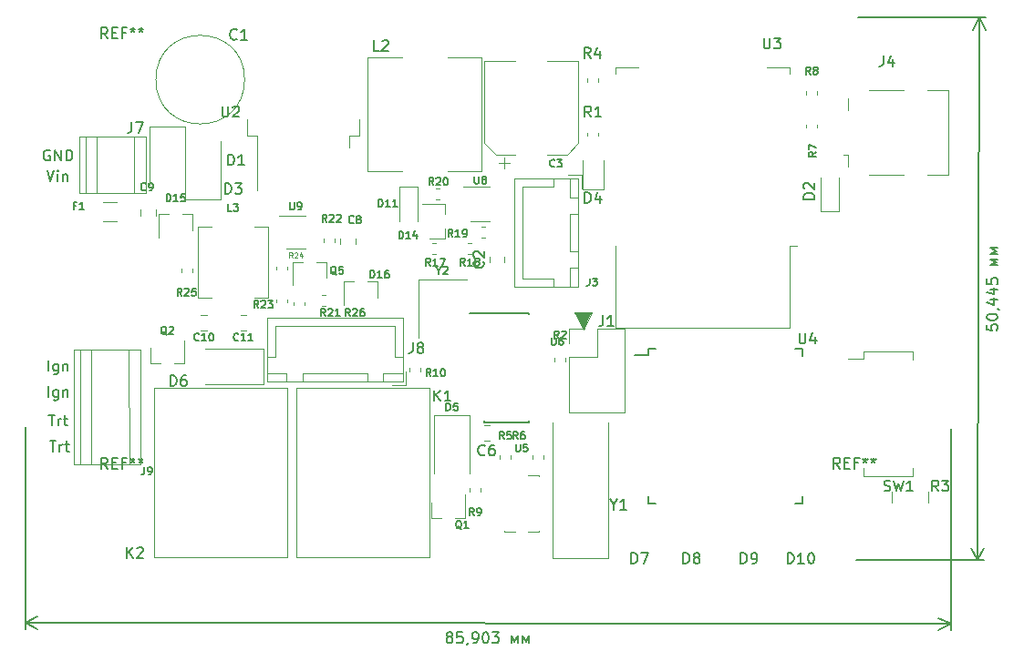
<source format=gbr>
G04 #@! TF.GenerationSoftware,KiCad,Pcbnew,(5.1.0-1275-gdad8c9821)*
G04 #@! TF.CreationDate,2019-07-24T10:58:06+03:00*
G04 #@! TF.ProjectId,UBD,5542442e-6b69-4636-9164-5f7063625858,rev?*
G04 #@! TF.SameCoordinates,Original*
G04 #@! TF.FileFunction,Legend,Top*
G04 #@! TF.FilePolarity,Positive*
%FSLAX46Y46*%
G04 Gerber Fmt 4.6, Leading zero omitted, Abs format (unit mm)*
G04 Created by KiCad (PCBNEW (5.1.0-1275-gdad8c9821)) date 2019-07-24 10:58:06*
%MOMM*%
%LPD*%
G04 APERTURE LIST*
%ADD10C,0.150000*%
%ADD11C,0.200000*%
%ADD12C,0.100000*%
%ADD13C,0.120000*%
G04 APERTURE END LIST*
D10*
X101988861Y-42878787D02*
X101986943Y-43354974D01*
X102462937Y-43404510D01*
X102415510Y-43356700D01*
X102368275Y-43261271D01*
X102369235Y-43023177D01*
X102417237Y-42928132D01*
X102465047Y-42880705D01*
X102560476Y-42833470D01*
X102798570Y-42834429D01*
X102893615Y-42882431D01*
X102941042Y-42930242D01*
X102988277Y-43025671D01*
X102987318Y-43263764D01*
X102939316Y-43358810D01*
X102891505Y-43406237D01*
X101991546Y-42212126D02*
X101991930Y-42116888D01*
X102039932Y-42021843D01*
X102087743Y-41974416D01*
X102183172Y-41927181D01*
X102373838Y-41880330D01*
X102611931Y-41881289D01*
X102802214Y-41929675D01*
X102897260Y-41977677D01*
X102944687Y-42025487D01*
X102991922Y-42120916D01*
X102991538Y-42216154D01*
X102943536Y-42311199D01*
X102895725Y-42358626D01*
X102800296Y-42405861D01*
X102609630Y-42452713D01*
X102371536Y-42451753D01*
X102181253Y-42403368D01*
X102086208Y-42355365D01*
X102038781Y-42307555D01*
X101991546Y-42212126D01*
X102947180Y-41406445D02*
X102994799Y-41406637D01*
X103089844Y-41454639D01*
X103137271Y-41502449D01*
X102331590Y-40546815D02*
X102998252Y-40549501D01*
X101949682Y-40783374D02*
X102663003Y-41024345D01*
X102665496Y-40405302D01*
X102335427Y-39594442D02*
X103002088Y-39597127D01*
X101953518Y-39831001D02*
X102666839Y-40071971D01*
X102669333Y-39452929D01*
X102006124Y-38593107D02*
X102004206Y-39069294D01*
X102480201Y-39118831D01*
X102432774Y-39071020D01*
X102385539Y-38975591D01*
X102386498Y-38737498D01*
X102434500Y-38642452D01*
X102482311Y-38595026D01*
X102577740Y-38547791D01*
X102815833Y-38548750D01*
X102910879Y-38596752D01*
X102958306Y-38644562D01*
X103005541Y-38739992D01*
X103004582Y-38978085D01*
X102956579Y-39073130D01*
X102908769Y-39120557D01*
X103011103Y-37359050D02*
X102344442Y-37356365D01*
X102869398Y-37072763D01*
X102346744Y-36784941D01*
X103013405Y-36787626D01*
X103015323Y-36311440D02*
X102348662Y-36308754D01*
X102873618Y-36025152D01*
X102350964Y-35737330D01*
X103017625Y-35740016D01*
D11*
X101098314Y-64764449D02*
X101301514Y-14320049D01*
X89865200Y-64719200D02*
X101684730Y-64766811D01*
X90068400Y-14274800D02*
X101887930Y-14322411D01*
X101301514Y-14320049D02*
X101883392Y-15448906D01*
X101301514Y-14320049D02*
X100710560Y-15444181D01*
X101098314Y-64764449D02*
X101689268Y-63640317D01*
X101098314Y-64764449D02*
X100516436Y-63635592D01*
D10*
X52012554Y-71902426D02*
X51917372Y-71854695D01*
X51869810Y-71807019D01*
X51822303Y-71711725D01*
X51822360Y-71664106D01*
X51870091Y-71568924D01*
X51917767Y-71521362D01*
X52013061Y-71473855D01*
X52203537Y-71474080D01*
X52298719Y-71521812D01*
X52346282Y-71569487D01*
X52393788Y-71664782D01*
X52393732Y-71712401D01*
X52346000Y-71807582D01*
X52298325Y-71855145D01*
X52203030Y-71902652D01*
X52012554Y-71902426D01*
X51917260Y-71949933D01*
X51869585Y-71997495D01*
X51821853Y-72092677D01*
X51821628Y-72283153D01*
X51869134Y-72378447D01*
X51916697Y-72426123D01*
X52011878Y-72473854D01*
X52202354Y-72474080D01*
X52297649Y-72426573D01*
X52345324Y-72379011D01*
X52393056Y-72283829D01*
X52393281Y-72093353D01*
X52345775Y-71998059D01*
X52298212Y-71950383D01*
X52203030Y-71902652D01*
X53298774Y-71475376D02*
X52822584Y-71474813D01*
X52774402Y-71950946D01*
X52822077Y-71903384D01*
X52917372Y-71855877D01*
X53155467Y-71856159D01*
X53250649Y-71903891D01*
X53298211Y-71951566D01*
X53345718Y-72046860D01*
X53345436Y-72284955D01*
X53297704Y-72380137D01*
X53250029Y-72427700D01*
X53154735Y-72475206D01*
X52916640Y-72474925D01*
X52821458Y-72427193D01*
X52773895Y-72379518D01*
X53821457Y-72428376D02*
X53821401Y-72475995D01*
X53773669Y-72571176D01*
X53725994Y-72618739D01*
X54297591Y-72476558D02*
X54488067Y-72476783D01*
X54583361Y-72429277D01*
X54631037Y-72381714D01*
X54726444Y-72238970D01*
X54774288Y-72048550D01*
X54774739Y-71667598D01*
X54727232Y-71572303D01*
X54679670Y-71524628D01*
X54584488Y-71476896D01*
X54394012Y-71476671D01*
X54298717Y-71524178D01*
X54251042Y-71571740D01*
X54203310Y-71666922D01*
X54203029Y-71905017D01*
X54250535Y-72000311D01*
X54298098Y-72047987D01*
X54393280Y-72095718D01*
X54583756Y-72095944D01*
X54679050Y-72048437D01*
X54726725Y-72000875D01*
X54774457Y-71905693D01*
X55394011Y-71477854D02*
X55489249Y-71477967D01*
X55584431Y-71525698D01*
X55631994Y-71573374D01*
X55679500Y-71668668D01*
X55726894Y-71859200D01*
X55726612Y-72097295D01*
X55678768Y-72287715D01*
X55631036Y-72382897D01*
X55583361Y-72430459D01*
X55488066Y-72477966D01*
X55392828Y-72477853D01*
X55297647Y-72430122D01*
X55250084Y-72382446D01*
X55202578Y-72287152D01*
X55155184Y-72096619D01*
X55155465Y-71858524D01*
X55203310Y-71668105D01*
X55251041Y-71572923D01*
X55298717Y-71525360D01*
X55394011Y-71477854D01*
X56060677Y-71478642D02*
X56679724Y-71479375D01*
X56345941Y-71859932D01*
X56488798Y-71860101D01*
X56583980Y-71907833D01*
X56631542Y-71955508D01*
X56679049Y-72050803D01*
X56678767Y-72288898D01*
X56631035Y-72384080D01*
X56583360Y-72431642D01*
X56488066Y-72479149D01*
X56202352Y-72478811D01*
X56107170Y-72431079D01*
X56059607Y-72383404D01*
X57869017Y-72480782D02*
X57869806Y-71814116D01*
X58154900Y-72338263D01*
X58441234Y-71814792D01*
X58440445Y-72481458D01*
X58916635Y-72482021D02*
X58917424Y-71815355D01*
X59202518Y-72339502D01*
X59488852Y-71816031D01*
X59488064Y-72482697D01*
D11*
X12729275Y-70625012D02*
X98632075Y-70726612D01*
X12750800Y-52425600D02*
X12728581Y-71211433D01*
X98653600Y-52527200D02*
X98631381Y-71313033D01*
X98632075Y-70726612D02*
X97504878Y-71311700D01*
X98632075Y-70726612D02*
X97506266Y-70138859D01*
X12729275Y-70625012D02*
X13855084Y-71212765D01*
X12729275Y-70625012D02*
X13856472Y-70039924D01*
D12*
G36*
X64516000Y-43370500D02*
G01*
X63690500Y-41719500D01*
X65341500Y-41719500D01*
X64516000Y-43370500D01*
G37*
X64516000Y-43370500D02*
X63690500Y-41719500D01*
X65341500Y-41719500D01*
X64516000Y-43370500D01*
D10*
X14994047Y-53681380D02*
X15565476Y-53681380D01*
X15279761Y-54681380D02*
X15279761Y-53681380D01*
X15898809Y-54681380D02*
X15898809Y-54014714D01*
X15898809Y-54205190D02*
X15946428Y-54109952D01*
X15994047Y-54062333D01*
X16089285Y-54014714D01*
X16184523Y-54014714D01*
X16375000Y-54014714D02*
X16755952Y-54014714D01*
X16517857Y-53681380D02*
X16517857Y-54538523D01*
X16565476Y-54633761D01*
X16660714Y-54681380D01*
X16755952Y-54681380D01*
X14867047Y-51268380D02*
X15438476Y-51268380D01*
X15152761Y-52268380D02*
X15152761Y-51268380D01*
X15771809Y-52268380D02*
X15771809Y-51601714D01*
X15771809Y-51792190D02*
X15819428Y-51696952D01*
X15867047Y-51649333D01*
X15962285Y-51601714D01*
X16057523Y-51601714D01*
X16248000Y-51601714D02*
X16628952Y-51601714D01*
X16390857Y-51268380D02*
X16390857Y-52125523D01*
X16438476Y-52220761D01*
X16533714Y-52268380D01*
X16628952Y-52268380D01*
X14843238Y-49601380D02*
X14843238Y-48601380D01*
X15748000Y-48934714D02*
X15748000Y-49744238D01*
X15700380Y-49839476D01*
X15652761Y-49887095D01*
X15557523Y-49934714D01*
X15414666Y-49934714D01*
X15319428Y-49887095D01*
X15748000Y-49553761D02*
X15652761Y-49601380D01*
X15462285Y-49601380D01*
X15367047Y-49553761D01*
X15319428Y-49506142D01*
X15271809Y-49410904D01*
X15271809Y-49125190D01*
X15319428Y-49029952D01*
X15367047Y-48982333D01*
X15462285Y-48934714D01*
X15652761Y-48934714D01*
X15748000Y-48982333D01*
X16224190Y-48934714D02*
X16224190Y-49601380D01*
X16224190Y-49029952D02*
X16271809Y-48982333D01*
X16367047Y-48934714D01*
X16509904Y-48934714D01*
X16605142Y-48982333D01*
X16652761Y-49077571D01*
X16652761Y-49601380D01*
X14724190Y-28535380D02*
X15057523Y-29535380D01*
X15390857Y-28535380D01*
X15724190Y-29535380D02*
X15724190Y-28868714D01*
X15724190Y-28535380D02*
X15676571Y-28583000D01*
X15724190Y-28630619D01*
X15771809Y-28583000D01*
X15724190Y-28535380D01*
X15724190Y-28630619D01*
X16200380Y-28868714D02*
X16200380Y-29535380D01*
X16200380Y-28963952D02*
X16248000Y-28916333D01*
X16343238Y-28868714D01*
X16486095Y-28868714D01*
X16581333Y-28916333D01*
X16628952Y-29011571D01*
X16628952Y-29535380D01*
X14986095Y-26678000D02*
X14890857Y-26630380D01*
X14748000Y-26630380D01*
X14605142Y-26678000D01*
X14509904Y-26773238D01*
X14462285Y-26868476D01*
X14414666Y-27058952D01*
X14414666Y-27201809D01*
X14462285Y-27392285D01*
X14509904Y-27487523D01*
X14605142Y-27582761D01*
X14748000Y-27630380D01*
X14843238Y-27630380D01*
X14986095Y-27582761D01*
X15033714Y-27535142D01*
X15033714Y-27201809D01*
X14843238Y-27201809D01*
X15462285Y-27630380D02*
X15462285Y-26630380D01*
X16033714Y-27630380D01*
X16033714Y-26630380D01*
X16509904Y-27630380D02*
X16509904Y-26630380D01*
X16748000Y-26630380D01*
X16890857Y-26678000D01*
X16986095Y-26773238D01*
X17033714Y-26868476D01*
X17081333Y-27058952D01*
X17081333Y-27201809D01*
X17033714Y-27392285D01*
X16986095Y-27487523D01*
X16890857Y-27582761D01*
X16748000Y-27630380D01*
X16509904Y-27630380D01*
X14843238Y-47188380D02*
X14843238Y-46188380D01*
X15748000Y-46521714D02*
X15748000Y-47331238D01*
X15700380Y-47426476D01*
X15652761Y-47474095D01*
X15557523Y-47521714D01*
X15414666Y-47521714D01*
X15319428Y-47474095D01*
X15748000Y-47140761D02*
X15652761Y-47188380D01*
X15462285Y-47188380D01*
X15367047Y-47140761D01*
X15319428Y-47093142D01*
X15271809Y-46997904D01*
X15271809Y-46712190D01*
X15319428Y-46616952D01*
X15367047Y-46569333D01*
X15462285Y-46521714D01*
X15652761Y-46521714D01*
X15748000Y-46569333D01*
X16224190Y-46521714D02*
X16224190Y-47188380D01*
X16224190Y-46616952D02*
X16271809Y-46569333D01*
X16367047Y-46521714D01*
X16509904Y-46521714D01*
X16605142Y-46569333D01*
X16652761Y-46664571D01*
X16652761Y-47188380D01*
D13*
X42760000Y-25302000D02*
X42760000Y-26402000D01*
X43710000Y-25302000D02*
X42760000Y-25302000D01*
X43710000Y-23802000D02*
X43710000Y-25302000D01*
X34260000Y-25302000D02*
X34260000Y-30427000D01*
X33310000Y-25302000D02*
X34260000Y-25302000D01*
X33310000Y-23802000D02*
X33310000Y-25302000D01*
X98437000Y-21104000D02*
X98437000Y-28924000D01*
X89117000Y-27124000D02*
X88687000Y-27124000D01*
X98437000Y-21104000D02*
X96487000Y-21104000D01*
X94267000Y-21104000D02*
X91037000Y-21104000D01*
X89117000Y-22904000D02*
X89117000Y-21824000D01*
X89117000Y-28204000D02*
X89117000Y-27124000D01*
X94267000Y-28924000D02*
X91037000Y-28924000D01*
X98437000Y-28924000D02*
X96487000Y-28924000D01*
X37916000Y-64492000D02*
X37916000Y-48792000D01*
X37916000Y-64492000D02*
X50216000Y-64492000D01*
X37916000Y-48792000D02*
X50216000Y-48792000D01*
X50216000Y-64492000D02*
X50216000Y-48792000D01*
X24708000Y-64492000D02*
X24708000Y-48792000D01*
X24708000Y-64492000D02*
X37008000Y-64492000D01*
X24708000Y-48792000D02*
X37008000Y-48792000D01*
X37008000Y-64492000D02*
X37008000Y-48792000D01*
X86526000Y-32360000D02*
X86526000Y-29210000D01*
X88226000Y-32360000D02*
X88226000Y-29210000D01*
X86526000Y-32360000D02*
X88226000Y-32360000D01*
X55805000Y-37088578D02*
X55805000Y-36571422D01*
X57225000Y-37088578D02*
X57225000Y-36571422D01*
X59815000Y-55056721D02*
X59815000Y-55382279D01*
X60835000Y-55056721D02*
X60835000Y-55382279D01*
X22842712Y-25400000D02*
X22834600Y-30607000D01*
X19365807Y-25400000D02*
X19365807Y-30607000D01*
X18288000Y-25400000D02*
X18288000Y-30607000D01*
X23928000Y-25359000D02*
X23928000Y-30648000D01*
X17728000Y-25359000D02*
X17728000Y-30648000D01*
X23928000Y-25359000D02*
X20828000Y-25359000D01*
X20828000Y-25359000D02*
X17728000Y-25359000D01*
X23928000Y-30648000D02*
X20828000Y-30648000D01*
X20828000Y-30648000D02*
X17728000Y-30648000D01*
X66812000Y-64594800D02*
X66812000Y-51994800D01*
X61712000Y-64594800D02*
X66812000Y-64594800D01*
X61712000Y-51994800D02*
X61712000Y-64594800D01*
X83720000Y-35550000D02*
X84330000Y-35550000D01*
X83720000Y-35550000D02*
X83720000Y-43170000D01*
X83720000Y-18930000D02*
X83720000Y-19550000D01*
X81600000Y-18930000D02*
X83720000Y-18930000D01*
X67480000Y-18930000D02*
X69600000Y-18930000D01*
X67480000Y-19550000D02*
X67480000Y-18930000D01*
X67480000Y-43170000D02*
X67480000Y-35550000D01*
X83720000Y-43170000D02*
X67480000Y-43170000D01*
X51900000Y-17982000D02*
X55100000Y-17982000D01*
X55100000Y-17982000D02*
X55100000Y-28582000D01*
X55100000Y-28582000D02*
X51900000Y-28582000D01*
X47700000Y-28582000D02*
X44500000Y-28582000D01*
X44500000Y-28582000D02*
X44500000Y-17982000D01*
X44500000Y-17982000D02*
X47700000Y-17982000D01*
X27558000Y-24445000D02*
X27558000Y-29845000D01*
X24258000Y-24445000D02*
X24258000Y-29845000D01*
X27558000Y-24445000D02*
X24258000Y-24445000D01*
X21173064Y-31475000D02*
X19968936Y-31475000D01*
X21173064Y-33295000D02*
X19968936Y-33295000D01*
X28729000Y-40359000D02*
X29989500Y-40359000D01*
X28729000Y-33809000D02*
X28729000Y-40359000D01*
X29989500Y-33809000D02*
X28729000Y-33809000D01*
X35279000Y-40359000D02*
X34018500Y-40359000D01*
X35279000Y-33809000D02*
X35279000Y-40359000D01*
X34018500Y-33809000D02*
X35279000Y-33809000D01*
X53974000Y-51305000D02*
X50674000Y-51305000D01*
X50674000Y-51305000D02*
X50674000Y-56705000D01*
X53974000Y-51305000D02*
X53974000Y-56705000D01*
X38686000Y-32714000D02*
X36256000Y-32714000D01*
X36926000Y-35784000D02*
X38686000Y-35784000D01*
X48062000Y-48470000D02*
X48062000Y-47220000D01*
X46812000Y-48470000D02*
X48062000Y-48470000D01*
X35912000Y-42970000D02*
X41462000Y-42970000D01*
X35912000Y-45920000D02*
X35912000Y-42970000D01*
X35162000Y-45920000D02*
X35912000Y-45920000D01*
X47012000Y-42970000D02*
X41462000Y-42970000D01*
X47012000Y-45920000D02*
X47012000Y-42970000D01*
X47762000Y-45920000D02*
X47012000Y-45920000D01*
X35162000Y-48170000D02*
X36962000Y-48170000D01*
X35162000Y-47420000D02*
X35162000Y-48170000D01*
X36962000Y-47420000D02*
X35162000Y-47420000D01*
X36962000Y-48170000D02*
X36962000Y-47420000D01*
X45962000Y-48170000D02*
X47762000Y-48170000D01*
X45962000Y-47420000D02*
X45962000Y-48170000D01*
X47762000Y-47420000D02*
X45962000Y-47420000D01*
X47762000Y-48170000D02*
X47762000Y-47420000D01*
X38462000Y-48170000D02*
X44462000Y-48170000D01*
X38462000Y-47420000D02*
X38462000Y-48170000D01*
X44462000Y-47420000D02*
X38462000Y-47420000D01*
X44462000Y-48170000D02*
X44462000Y-47420000D01*
X35152000Y-48180000D02*
X47772000Y-48180000D01*
X35152000Y-42210000D02*
X35152000Y-48180000D01*
X47772000Y-42210000D02*
X35152000Y-42210000D01*
X47772000Y-48180000D02*
X47772000Y-42210000D01*
X51703000Y-34854000D02*
X51703000Y-33924000D01*
X51703000Y-31694000D02*
X51703000Y-32624000D01*
X51703000Y-31694000D02*
X49543000Y-31694000D01*
X51703000Y-34854000D02*
X50243000Y-34854000D01*
X49110000Y-30084000D02*
X49110000Y-33234000D01*
X47410000Y-30084000D02*
X47410000Y-33234000D01*
X49110000Y-30084000D02*
X47410000Y-30084000D01*
X20320000Y-55880000D02*
X17220000Y-55880000D01*
X23420000Y-55880000D02*
X20320000Y-55880000D01*
X20320000Y-45171000D02*
X17220000Y-45171000D01*
X23420000Y-45171000D02*
X20320000Y-45171000D01*
X17220000Y-45171000D02*
X17220000Y-55880000D01*
X23420000Y-45171000D02*
X23420000Y-55880000D01*
X17780000Y-45184092D02*
X17780000Y-55880000D01*
X18857807Y-45178720D02*
X18857807Y-55880000D01*
X22334712Y-45178720D02*
X22352000Y-55880000D01*
X63186000Y-43272400D02*
X64516000Y-43272400D01*
X63186000Y-44602400D02*
X63186000Y-43272400D01*
X65786000Y-43272400D02*
X68386000Y-43272400D01*
X65786000Y-45872400D02*
X65786000Y-43272400D01*
X63186000Y-45872400D02*
X65786000Y-45872400D01*
X68386000Y-43272400D02*
X68386000Y-51012400D01*
X63186000Y-45872400D02*
X63186000Y-51012400D01*
X63186000Y-51012400D02*
X68386000Y-51012400D01*
X95120000Y-56246000D02*
X95120000Y-56956000D01*
X90501000Y-56246000D02*
X90501000Y-56956000D01*
X95120000Y-45406000D02*
X95120000Y-46116000D01*
X90501000Y-45406000D02*
X95120000Y-45406000D01*
X90501000Y-45406000D02*
X90501000Y-46056000D01*
X89110000Y-46056000D02*
X90501000Y-46056000D01*
X90501000Y-56956000D02*
X95120000Y-56956000D01*
X33076000Y-20094000D02*
G75*
G03X33076000Y-20094000I-4120000J0D01*
G01*
X64050000Y-18356000D02*
X61200000Y-18356000D01*
X55330000Y-18356000D02*
X58180000Y-18356000D01*
X55330000Y-26011563D02*
X55330000Y-18356000D01*
X64050000Y-26011563D02*
X64050000Y-18356000D01*
X62985563Y-27076000D02*
X61200000Y-27076000D01*
X56394437Y-27076000D02*
X58180000Y-27076000D01*
X56394437Y-27076000D02*
X55330000Y-26011563D01*
X62985563Y-27076000D02*
X64050000Y-26011563D01*
X57180000Y-28316000D02*
X57180000Y-27316000D01*
X56680000Y-27816000D02*
X57680000Y-27816000D01*
X27560000Y-31245000D02*
X30860000Y-31245000D01*
X30860000Y-31245000D02*
X30860000Y-25845000D01*
X27560000Y-31245000D02*
X27560000Y-25845000D01*
X66390400Y-30262300D02*
X66390400Y-27577300D01*
X64470400Y-30262300D02*
X66390400Y-30262300D01*
X64470400Y-27577300D02*
X64470400Y-30262300D01*
X64055000Y-29270000D02*
X58085000Y-29270000D01*
X58085000Y-29270000D02*
X58085000Y-39390000D01*
X58085000Y-39390000D02*
X64055000Y-39390000D01*
X64055000Y-39390000D02*
X64055000Y-29270000D01*
X64045000Y-32580000D02*
X63295000Y-32580000D01*
X63295000Y-32580000D02*
X63295000Y-36080000D01*
X63295000Y-36080000D02*
X64045000Y-36080000D01*
X64045000Y-36080000D02*
X64045000Y-32580000D01*
X64045000Y-29280000D02*
X63295000Y-29280000D01*
X63295000Y-29280000D02*
X63295000Y-31080000D01*
X63295000Y-31080000D02*
X64045000Y-31080000D01*
X64045000Y-31080000D02*
X64045000Y-29280000D01*
X64045000Y-37580000D02*
X63295000Y-37580000D01*
X63295000Y-37580000D02*
X63295000Y-39380000D01*
X63295000Y-39380000D02*
X64045000Y-39380000D01*
X64045000Y-39380000D02*
X64045000Y-37580000D01*
X61795000Y-29280000D02*
X61795000Y-30030000D01*
X61795000Y-30030000D02*
X58845000Y-30030000D01*
X58845000Y-30030000D02*
X58845000Y-34330000D01*
X61795000Y-39380000D02*
X61795000Y-38630000D01*
X61795000Y-38630000D02*
X58845000Y-38630000D01*
X58845000Y-38630000D02*
X58845000Y-34330000D01*
X64345000Y-30230000D02*
X64345000Y-28980000D01*
X64345000Y-28980000D02*
X63095000Y-28980000D01*
X64865000Y-25334279D02*
X64865000Y-25008721D01*
X65885000Y-25334279D02*
X65885000Y-25008721D01*
X62867000Y-45963721D02*
X62867000Y-46289279D01*
X61847000Y-45963721D02*
X61847000Y-46289279D01*
X93189000Y-58428000D02*
X93189000Y-59428000D01*
X96549000Y-58428000D02*
X96549000Y-59428000D01*
X64848000Y-20004721D02*
X64848000Y-20330279D01*
X65868000Y-20004721D02*
X65868000Y-20330279D01*
X57787000Y-55056721D02*
X57787000Y-55382279D01*
X56767000Y-55056721D02*
X56767000Y-55382279D01*
X86235001Y-24572279D02*
X86235001Y-24246721D01*
X85215001Y-24572279D02*
X85215001Y-24246721D01*
X85215000Y-21500279D02*
X85215000Y-21174721D01*
X86235000Y-21500279D02*
X86235000Y-21174721D01*
X53973000Y-58104721D02*
X53973000Y-58430279D01*
X54993000Y-58104721D02*
X54993000Y-58430279D01*
X49405000Y-47254279D02*
X49405000Y-46928721D01*
X48385000Y-47254279D02*
X48385000Y-46928721D01*
X50861279Y-36324000D02*
X50535721Y-36324000D01*
X50861279Y-35304000D02*
X50535721Y-35304000D01*
X54112279Y-36324000D02*
X53786721Y-36324000D01*
X54112279Y-35304000D02*
X53786721Y-35304000D01*
X55423279Y-34800000D02*
X55097721Y-34800000D01*
X55423279Y-33780000D02*
X55097721Y-33780000D01*
X51191279Y-30224000D02*
X50865721Y-30224000D01*
X51191279Y-31244000D02*
X50865721Y-31244000D01*
D10*
X70549000Y-45724000D02*
X69274000Y-45724000D01*
X84899000Y-45149000D02*
X84224000Y-45149000D01*
X84899000Y-59499000D02*
X84224000Y-59499000D01*
X70549000Y-59499000D02*
X71224000Y-59499000D01*
X70549000Y-45149000D02*
X71224000Y-45149000D01*
X70549000Y-59499000D02*
X70549000Y-58824000D01*
X84899000Y-59499000D02*
X84899000Y-58824000D01*
X84899000Y-45149000D02*
X84899000Y-45824000D01*
X70549000Y-45149000D02*
X70549000Y-45724000D01*
D13*
X59361000Y-56921000D02*
X60411000Y-56921000D01*
X60411000Y-56921000D02*
X60411000Y-56971000D01*
X59361000Y-62141000D02*
X60411000Y-62141000D01*
X60411000Y-62141000D02*
X60411000Y-62091000D01*
X58241000Y-62141000D02*
X57191000Y-62141000D01*
X57191000Y-62141000D02*
X57191000Y-62091000D01*
D10*
X55362000Y-41813000D02*
X53987000Y-41813000D01*
X55362000Y-51938000D02*
X59512000Y-51938000D01*
X55362000Y-41788000D02*
X59512000Y-41788000D01*
X55362000Y-51938000D02*
X55362000Y-51833000D01*
X59512000Y-51938000D02*
X59512000Y-51833000D01*
X59512000Y-41788000D02*
X59512000Y-41893000D01*
X55362000Y-41788000D02*
X55362000Y-41813000D01*
D13*
X55848000Y-30074000D02*
X53398000Y-30074000D01*
X54048000Y-33294000D02*
X55848000Y-33294000D01*
X53692000Y-38702000D02*
X49192000Y-38702000D01*
X49192000Y-38702000D02*
X49192000Y-44102000D01*
X50424000Y-60847000D02*
X51354000Y-60847000D01*
X53584000Y-60847000D02*
X52654000Y-60847000D01*
X53584000Y-60847000D02*
X53584000Y-58687000D01*
X50424000Y-60847000D02*
X50424000Y-59387000D01*
X24328000Y-46496000D02*
X25258000Y-46496000D01*
X27488000Y-46496000D02*
X26558000Y-46496000D01*
X27488000Y-46496000D02*
X27488000Y-44336000D01*
X24328000Y-46496000D02*
X24328000Y-45036000D01*
X34801000Y-48386000D02*
X29401000Y-48386000D01*
X34801000Y-45086000D02*
X29401000Y-45086000D01*
X34801000Y-48386000D02*
X34801000Y-45086000D01*
X55806078Y-52249000D02*
X55288922Y-52249000D01*
X55806078Y-53669000D02*
X55288922Y-53669000D01*
X41962000Y-35420078D02*
X41962000Y-34902922D01*
X43382000Y-35420078D02*
X43382000Y-34902922D01*
X23420000Y-32204922D02*
X23420000Y-32722078D01*
X24840000Y-32204922D02*
X24840000Y-32722078D01*
X29029922Y-41962000D02*
X29547078Y-41962000D01*
X29029922Y-43382000D02*
X29547078Y-43382000D01*
X33200078Y-41962000D02*
X32682922Y-41962000D01*
X33200078Y-43382000D02*
X32682922Y-43382000D01*
X28250000Y-32621011D02*
X27320000Y-32621011D01*
X25090000Y-32621011D02*
X26020000Y-32621011D01*
X25090000Y-32621011D02*
X25090000Y-34781011D01*
X28250000Y-32621011D02*
X28250000Y-34081011D01*
X45456000Y-38880000D02*
X45456000Y-40340000D01*
X42296000Y-38880000D02*
X42296000Y-41040000D01*
X42296000Y-38880000D02*
X43226000Y-38880000D01*
X45456000Y-38880000D02*
X44526000Y-38880000D01*
X40696000Y-37070000D02*
X39766000Y-37070000D01*
X37536000Y-37070000D02*
X38466000Y-37070000D01*
X37536000Y-37070000D02*
X37536000Y-39230000D01*
X40696000Y-37070000D02*
X40696000Y-38530000D01*
X38635500Y-40756721D02*
X38635500Y-41082279D01*
X37615500Y-40756721D02*
X37615500Y-41082279D01*
X40384000Y-34848721D02*
X40384000Y-35174279D01*
X41404000Y-34848721D02*
X41404000Y-35174279D01*
X37006000Y-40828279D02*
X37006000Y-40502721D01*
X35986000Y-40828279D02*
X35986000Y-40502721D01*
X35986000Y-37454721D02*
X35986000Y-37780279D01*
X37006000Y-37454721D02*
X37006000Y-37780279D01*
X28196000Y-37657721D02*
X28196000Y-37983279D01*
X27176000Y-37657721D02*
X27176000Y-37983279D01*
X40574279Y-41150000D02*
X40248721Y-41150000D01*
X40574279Y-40130000D02*
X40248721Y-40130000D01*
D10*
X30988095Y-22566380D02*
X30988095Y-23375904D01*
X31035714Y-23471142D01*
X31083333Y-23518761D01*
X31178571Y-23566380D01*
X31369047Y-23566380D01*
X31464285Y-23518761D01*
X31511904Y-23471142D01*
X31559523Y-23375904D01*
X31559523Y-22566380D01*
X31988095Y-22661619D02*
X32035714Y-22614000D01*
X32130952Y-22566380D01*
X32369047Y-22566380D01*
X32464285Y-22614000D01*
X32511904Y-22661619D01*
X32559523Y-22756857D01*
X32559523Y-22852095D01*
X32511904Y-22994952D01*
X31940476Y-23566380D01*
X32559523Y-23566380D01*
X88355985Y-56257740D02*
X88022652Y-55781550D01*
X87784557Y-56257740D02*
X87784557Y-55257740D01*
X88165509Y-55257740D01*
X88260747Y-55305360D01*
X88308366Y-55352979D01*
X88355985Y-55448217D01*
X88355985Y-55591074D01*
X88308366Y-55686312D01*
X88260747Y-55733931D01*
X88165509Y-55781550D01*
X87784557Y-55781550D01*
X88784557Y-55733931D02*
X89117890Y-55733931D01*
X89260747Y-56257740D02*
X88784557Y-56257740D01*
X88784557Y-55257740D01*
X89260747Y-55257740D01*
X90022652Y-55733931D02*
X89689319Y-55733931D01*
X89689319Y-56257740D02*
X89689319Y-55257740D01*
X90165509Y-55257740D01*
X90689319Y-55257740D02*
X90689319Y-55495836D01*
X90451223Y-55400598D02*
X90689319Y-55495836D01*
X90927414Y-55400598D01*
X90546461Y-55686312D02*
X90689319Y-55495836D01*
X90832176Y-55686312D01*
X91451223Y-55257740D02*
X91451223Y-55495836D01*
X91213128Y-55400598D02*
X91451223Y-55495836D01*
X91689319Y-55400598D01*
X91308366Y-55686312D02*
X91451223Y-55495836D01*
X91594080Y-55686312D01*
X20355986Y-56257740D02*
X20022653Y-55781550D01*
X19784558Y-56257740D02*
X19784558Y-55257740D01*
X20165510Y-55257740D01*
X20260748Y-55305360D01*
X20308367Y-55352979D01*
X20355986Y-55448217D01*
X20355986Y-55591074D01*
X20308367Y-55686312D01*
X20260748Y-55733931D01*
X20165510Y-55781550D01*
X19784558Y-55781550D01*
X20784558Y-55733931D02*
X21117891Y-55733931D01*
X21260748Y-56257740D02*
X20784558Y-56257740D01*
X20784558Y-55257740D01*
X21260748Y-55257740D01*
X22022653Y-55733931D02*
X21689320Y-55733931D01*
X21689320Y-56257740D02*
X21689320Y-55257740D01*
X22165510Y-55257740D01*
X22689320Y-55257740D02*
X22689320Y-55495836D01*
X22451224Y-55400598D02*
X22689320Y-55495836D01*
X22927415Y-55400598D01*
X22546462Y-55686312D02*
X22689320Y-55495836D01*
X22832177Y-55686312D01*
X23451224Y-55257740D02*
X23451224Y-55495836D01*
X23213129Y-55400598D02*
X23451224Y-55495836D01*
X23689320Y-55400598D01*
X23308367Y-55686312D02*
X23451224Y-55495836D01*
X23594081Y-55686312D01*
X20355986Y-16257740D02*
X20022653Y-15781550D01*
X19784558Y-16257740D02*
X19784558Y-15257740D01*
X20165510Y-15257740D01*
X20260748Y-15305360D01*
X20308367Y-15352979D01*
X20355986Y-15448217D01*
X20355986Y-15591074D01*
X20308367Y-15686312D01*
X20260748Y-15733931D01*
X20165510Y-15781550D01*
X19784558Y-15781550D01*
X20784558Y-15733931D02*
X21117891Y-15733931D01*
X21260748Y-16257740D02*
X20784558Y-16257740D01*
X20784558Y-15257740D01*
X21260748Y-15257740D01*
X22022653Y-15733931D02*
X21689320Y-15733931D01*
X21689320Y-16257740D02*
X21689320Y-15257740D01*
X22165510Y-15257740D01*
X22689320Y-15257740D02*
X22689320Y-15495836D01*
X22451224Y-15400598D02*
X22689320Y-15495836D01*
X22927415Y-15400598D01*
X22546462Y-15686312D02*
X22689320Y-15495836D01*
X22832177Y-15686312D01*
X23451224Y-15257740D02*
X23451224Y-15495836D01*
X23213129Y-15400598D02*
X23451224Y-15495836D01*
X23689320Y-15400598D01*
X23308367Y-15686312D02*
X23451224Y-15495836D01*
X23594081Y-15686312D01*
X92376666Y-17867380D02*
X92376666Y-18581666D01*
X92329047Y-18724523D01*
X92233809Y-18819761D01*
X92090952Y-18867380D01*
X91995714Y-18867380D01*
X93281428Y-18200714D02*
X93281428Y-18867380D01*
X93043333Y-17819761D02*
X92805238Y-18534047D01*
X93424285Y-18534047D01*
X50696904Y-49982380D02*
X50696904Y-48982380D01*
X51268333Y-49982380D02*
X50839761Y-49410952D01*
X51268333Y-48982380D02*
X50696904Y-49553809D01*
X52220714Y-49982380D02*
X51649285Y-49982380D01*
X51935000Y-49982380D02*
X51935000Y-48982380D01*
X51839761Y-49125238D01*
X51744523Y-49220476D01*
X51649285Y-49268095D01*
X22121904Y-64587380D02*
X22121904Y-63587380D01*
X22693333Y-64587380D02*
X22264761Y-64015952D01*
X22693333Y-63587380D02*
X22121904Y-64158809D01*
X23074285Y-63682619D02*
X23121904Y-63635000D01*
X23217142Y-63587380D01*
X23455238Y-63587380D01*
X23550476Y-63635000D01*
X23598095Y-63682619D01*
X23645714Y-63777857D01*
X23645714Y-63873095D01*
X23598095Y-64015952D01*
X23026666Y-64587380D01*
X23645714Y-64587380D01*
X85978380Y-31198095D02*
X84978380Y-31198095D01*
X84978380Y-30960000D01*
X85026000Y-30817142D01*
X85121238Y-30721904D01*
X85216476Y-30674285D01*
X85406952Y-30626666D01*
X85549809Y-30626666D01*
X85740285Y-30674285D01*
X85835523Y-30721904D01*
X85930761Y-30817142D01*
X85978380Y-30960000D01*
X85978380Y-31198095D01*
X85073619Y-30245714D02*
X85026000Y-30198095D01*
X84978380Y-30102857D01*
X84978380Y-29864761D01*
X85026000Y-29769523D01*
X85073619Y-29721904D01*
X85168857Y-29674285D01*
X85264095Y-29674285D01*
X85406952Y-29721904D01*
X85978380Y-30293333D01*
X85978380Y-29674285D01*
X55222142Y-36996666D02*
X55269761Y-37044285D01*
X55317380Y-37187142D01*
X55317380Y-37282380D01*
X55269761Y-37425238D01*
X55174523Y-37520476D01*
X55079285Y-37568095D01*
X54888809Y-37615714D01*
X54745952Y-37615714D01*
X54555476Y-37568095D01*
X54460238Y-37520476D01*
X54365000Y-37425238D01*
X54317380Y-37282380D01*
X54317380Y-37187142D01*
X54365000Y-37044285D01*
X54412619Y-36996666D01*
X54412619Y-36615714D02*
X54365000Y-36568095D01*
X54317380Y-36472857D01*
X54317380Y-36234761D01*
X54365000Y-36139523D01*
X54412619Y-36091904D01*
X54507857Y-36044285D01*
X54603095Y-36044285D01*
X54745952Y-36091904D01*
X55317380Y-36663333D01*
X55317380Y-36044285D01*
X83494714Y-65095380D02*
X83494714Y-64095380D01*
X83732809Y-64095380D01*
X83875666Y-64143000D01*
X83970904Y-64238238D01*
X84018523Y-64333476D01*
X84066142Y-64523952D01*
X84066142Y-64666809D01*
X84018523Y-64857285D01*
X83970904Y-64952523D01*
X83875666Y-65047761D01*
X83732809Y-65095380D01*
X83494714Y-65095380D01*
X85018523Y-65095380D02*
X84447095Y-65095380D01*
X84732809Y-65095380D02*
X84732809Y-64095380D01*
X84637571Y-64238238D01*
X84542333Y-64333476D01*
X84447095Y-64381095D01*
X85637571Y-64095380D02*
X85732809Y-64095380D01*
X85828047Y-64143000D01*
X85875666Y-64190619D01*
X85923285Y-64285857D01*
X85970904Y-64476333D01*
X85970904Y-64714428D01*
X85923285Y-64904904D01*
X85875666Y-65000142D01*
X85828047Y-65047761D01*
X85732809Y-65095380D01*
X85637571Y-65095380D01*
X85542333Y-65047761D01*
X85494714Y-65000142D01*
X85447095Y-64904904D01*
X85399476Y-64714428D01*
X85399476Y-64476333D01*
X85447095Y-64285857D01*
X85494714Y-64190619D01*
X85542333Y-64143000D01*
X85637571Y-64095380D01*
X68984904Y-65095380D02*
X68984904Y-64095380D01*
X69223000Y-64095380D01*
X69365857Y-64143000D01*
X69461095Y-64238238D01*
X69508714Y-64333476D01*
X69556333Y-64523952D01*
X69556333Y-64666809D01*
X69508714Y-64857285D01*
X69461095Y-64952523D01*
X69365857Y-65047761D01*
X69223000Y-65095380D01*
X68984904Y-65095380D01*
X69889666Y-64095380D02*
X70556333Y-64095380D01*
X70127761Y-65095380D01*
X73810904Y-65095380D02*
X73810904Y-64095380D01*
X74049000Y-64095380D01*
X74191857Y-64143000D01*
X74287095Y-64238238D01*
X74334714Y-64333476D01*
X74382333Y-64523952D01*
X74382333Y-64666809D01*
X74334714Y-64857285D01*
X74287095Y-64952523D01*
X74191857Y-65047761D01*
X74049000Y-65095380D01*
X73810904Y-65095380D01*
X74953761Y-64523952D02*
X74858523Y-64476333D01*
X74810904Y-64428714D01*
X74763285Y-64333476D01*
X74763285Y-64285857D01*
X74810904Y-64190619D01*
X74858523Y-64143000D01*
X74953761Y-64095380D01*
X75144238Y-64095380D01*
X75239476Y-64143000D01*
X75287095Y-64190619D01*
X75334714Y-64285857D01*
X75334714Y-64333476D01*
X75287095Y-64428714D01*
X75239476Y-64476333D01*
X75144238Y-64523952D01*
X74953761Y-64523952D01*
X74858523Y-64571571D01*
X74810904Y-64619190D01*
X74763285Y-64714428D01*
X74763285Y-64904904D01*
X74810904Y-65000142D01*
X74858523Y-65047761D01*
X74953761Y-65095380D01*
X75144238Y-65095380D01*
X75239476Y-65047761D01*
X75287095Y-65000142D01*
X75334714Y-64904904D01*
X75334714Y-64714428D01*
X75287095Y-64619190D01*
X75239476Y-64571571D01*
X75144238Y-64523952D01*
X79144904Y-65095380D02*
X79144904Y-64095380D01*
X79383000Y-64095380D01*
X79525857Y-64143000D01*
X79621095Y-64238238D01*
X79668714Y-64333476D01*
X79716333Y-64523952D01*
X79716333Y-64666809D01*
X79668714Y-64857285D01*
X79621095Y-64952523D01*
X79525857Y-65047761D01*
X79383000Y-65095380D01*
X79144904Y-65095380D01*
X80192523Y-65095380D02*
X80383000Y-65095380D01*
X80478238Y-65047761D01*
X80525857Y-65000142D01*
X80621095Y-64857285D01*
X80668714Y-64666809D01*
X80668714Y-64285857D01*
X80621095Y-64190619D01*
X80573476Y-64143000D01*
X80478238Y-64095380D01*
X80287761Y-64095380D01*
X80192523Y-64143000D01*
X80144904Y-64190619D01*
X80097285Y-64285857D01*
X80097285Y-64523952D01*
X80144904Y-64619190D01*
X80192523Y-64666809D01*
X80287761Y-64714428D01*
X80478238Y-64714428D01*
X80573476Y-64666809D01*
X80621095Y-64619190D01*
X80668714Y-64523952D01*
X58430333Y-53529666D02*
X58197000Y-53196333D01*
X58030333Y-53529666D02*
X58030333Y-52829666D01*
X58297000Y-52829666D01*
X58363666Y-52863000D01*
X58397000Y-52896333D01*
X58430333Y-52963000D01*
X58430333Y-53063000D01*
X58397000Y-53129666D01*
X58363666Y-53163000D01*
X58297000Y-53196333D01*
X58030333Y-53196333D01*
X59030333Y-52829666D02*
X58897000Y-52829666D01*
X58830333Y-52863000D01*
X58797000Y-52896333D01*
X58730333Y-52996333D01*
X58697000Y-53129666D01*
X58697000Y-53396333D01*
X58730333Y-53463000D01*
X58763666Y-53496333D01*
X58830333Y-53529666D01*
X58963666Y-53529666D01*
X59030333Y-53496333D01*
X59063666Y-53463000D01*
X59097000Y-53396333D01*
X59097000Y-53229666D01*
X59063666Y-53163000D01*
X59030333Y-53129666D01*
X58963666Y-53096333D01*
X58830333Y-53096333D01*
X58763666Y-53129666D01*
X58730333Y-53163000D01*
X58697000Y-53229666D01*
X22590166Y-24026880D02*
X22590166Y-24741166D01*
X22542547Y-24884023D01*
X22447309Y-24979261D01*
X22304452Y-25026880D01*
X22209214Y-25026880D01*
X22971119Y-24026880D02*
X23637785Y-24026880D01*
X23209214Y-25026880D01*
X67341809Y-59589990D02*
X67341809Y-60066180D01*
X67008476Y-59066180D02*
X67341809Y-59589990D01*
X67675142Y-59066180D01*
X68532285Y-60066180D02*
X67960857Y-60066180D01*
X68246571Y-60066180D02*
X68246571Y-59066180D01*
X68151333Y-59209038D01*
X68056095Y-59304276D01*
X67960857Y-59351895D01*
X81280095Y-16216380D02*
X81280095Y-17025904D01*
X81327714Y-17121142D01*
X81375333Y-17168761D01*
X81470571Y-17216380D01*
X81661047Y-17216380D01*
X81756285Y-17168761D01*
X81803904Y-17121142D01*
X81851523Y-17025904D01*
X81851523Y-16216380D01*
X82232476Y-16216380D02*
X82851523Y-16216380D01*
X82518190Y-16597333D01*
X82661047Y-16597333D01*
X82756285Y-16644952D01*
X82803904Y-16692571D01*
X82851523Y-16787809D01*
X82851523Y-17025904D01*
X82803904Y-17121142D01*
X82756285Y-17168761D01*
X82661047Y-17216380D01*
X82375333Y-17216380D01*
X82280095Y-17168761D01*
X82232476Y-17121142D01*
X45553333Y-17425380D02*
X45077142Y-17425380D01*
X45077142Y-16425380D01*
X45839047Y-16520619D02*
X45886666Y-16473000D01*
X45981904Y-16425380D01*
X46220000Y-16425380D01*
X46315238Y-16473000D01*
X46362857Y-16520619D01*
X46410476Y-16615857D01*
X46410476Y-16711095D01*
X46362857Y-16853952D01*
X45791428Y-17425380D01*
X46410476Y-17425380D01*
X31519904Y-28043380D02*
X31519904Y-27043380D01*
X31758000Y-27043380D01*
X31900857Y-27091000D01*
X31996095Y-27186238D01*
X32043714Y-27281476D01*
X32091333Y-27471952D01*
X32091333Y-27614809D01*
X32043714Y-27805285D01*
X31996095Y-27900523D01*
X31900857Y-27995761D01*
X31758000Y-28043380D01*
X31519904Y-28043380D01*
X33043714Y-28043380D02*
X32472285Y-28043380D01*
X32758000Y-28043380D02*
X32758000Y-27043380D01*
X32662761Y-27186238D01*
X32567523Y-27281476D01*
X32472285Y-27329095D01*
X17413666Y-31827000D02*
X17180333Y-31827000D01*
X17180333Y-32193666D02*
X17180333Y-31493666D01*
X17513666Y-31493666D01*
X18147000Y-32193666D02*
X17747000Y-32193666D01*
X17947000Y-32193666D02*
X17947000Y-31493666D01*
X17880333Y-31593666D01*
X17813666Y-31660333D01*
X17747000Y-31693666D01*
X31887333Y-32320666D02*
X31554000Y-32320666D01*
X31554000Y-31620666D01*
X32054000Y-31620666D02*
X32487333Y-31620666D01*
X32254000Y-31887333D01*
X32354000Y-31887333D01*
X32420666Y-31920666D01*
X32454000Y-31954000D01*
X32487333Y-32020666D01*
X32487333Y-32187333D01*
X32454000Y-32254000D01*
X32420666Y-32287333D01*
X32354000Y-32320666D01*
X32154000Y-32320666D01*
X32087333Y-32287333D01*
X32054000Y-32254000D01*
X51807333Y-50862666D02*
X51807333Y-50162666D01*
X51974000Y-50162666D01*
X52074000Y-50196000D01*
X52140666Y-50262666D01*
X52174000Y-50329333D01*
X52207333Y-50462666D01*
X52207333Y-50562666D01*
X52174000Y-50696000D01*
X52140666Y-50762666D01*
X52074000Y-50829333D01*
X51974000Y-50862666D01*
X51807333Y-50862666D01*
X52840666Y-50162666D02*
X52507333Y-50162666D01*
X52474000Y-50496000D01*
X52507333Y-50462666D01*
X52574000Y-50429333D01*
X52740666Y-50429333D01*
X52807333Y-50462666D01*
X52840666Y-50496000D01*
X52874000Y-50562666D01*
X52874000Y-50729333D01*
X52840666Y-50796000D01*
X52807333Y-50829333D01*
X52740666Y-50862666D01*
X52574000Y-50862666D01*
X52507333Y-50829333D01*
X52474000Y-50796000D01*
X37272666Y-31493666D02*
X37272666Y-32060333D01*
X37306000Y-32127000D01*
X37339333Y-32160333D01*
X37406000Y-32193666D01*
X37539333Y-32193666D01*
X37606000Y-32160333D01*
X37639333Y-32127000D01*
X37672666Y-32060333D01*
X37672666Y-31493666D01*
X38039333Y-32193666D02*
X38172666Y-32193666D01*
X38239333Y-32160333D01*
X38272666Y-32127000D01*
X38339333Y-32027000D01*
X38372666Y-31893666D01*
X38372666Y-31627000D01*
X38339333Y-31560333D01*
X38306000Y-31527000D01*
X38239333Y-31493666D01*
X38106000Y-31493666D01*
X38039333Y-31527000D01*
X38006000Y-31560333D01*
X37972666Y-31627000D01*
X37972666Y-31793666D01*
X38006000Y-31860333D01*
X38039333Y-31893666D01*
X38106000Y-31927000D01*
X38239333Y-31927000D01*
X38306000Y-31893666D01*
X38339333Y-31860333D01*
X38372666Y-31793666D01*
X48688666Y-44537380D02*
X48688666Y-45251666D01*
X48641047Y-45394523D01*
X48545809Y-45489761D01*
X48402952Y-45537380D01*
X48307714Y-45537380D01*
X49307714Y-44965952D02*
X49212476Y-44918333D01*
X49164857Y-44870714D01*
X49117238Y-44775476D01*
X49117238Y-44727857D01*
X49164857Y-44632619D01*
X49212476Y-44585000D01*
X49307714Y-44537380D01*
X49498190Y-44537380D01*
X49593428Y-44585000D01*
X49641047Y-44632619D01*
X49688666Y-44727857D01*
X49688666Y-44775476D01*
X49641047Y-44870714D01*
X49593428Y-44918333D01*
X49498190Y-44965952D01*
X49307714Y-44965952D01*
X49212476Y-45013571D01*
X49164857Y-45061190D01*
X49117238Y-45156428D01*
X49117238Y-45346904D01*
X49164857Y-45442142D01*
X49212476Y-45489761D01*
X49307714Y-45537380D01*
X49498190Y-45537380D01*
X49593428Y-45489761D01*
X49641047Y-45442142D01*
X49688666Y-45346904D01*
X49688666Y-45156428D01*
X49641047Y-45061190D01*
X49593428Y-45013571D01*
X49498190Y-44965952D01*
X47410000Y-34876666D02*
X47410000Y-34176666D01*
X47576666Y-34176666D01*
X47676666Y-34210000D01*
X47743333Y-34276666D01*
X47776666Y-34343333D01*
X47810000Y-34476666D01*
X47810000Y-34576666D01*
X47776666Y-34710000D01*
X47743333Y-34776666D01*
X47676666Y-34843333D01*
X47576666Y-34876666D01*
X47410000Y-34876666D01*
X48476666Y-34876666D02*
X48076666Y-34876666D01*
X48276666Y-34876666D02*
X48276666Y-34176666D01*
X48210000Y-34276666D01*
X48143333Y-34343333D01*
X48076666Y-34376666D01*
X49076666Y-34410000D02*
X49076666Y-34876666D01*
X48910000Y-34143333D02*
X48743333Y-34643333D01*
X49176666Y-34643333D01*
X45505000Y-31939666D02*
X45505000Y-31239666D01*
X45671666Y-31239666D01*
X45771666Y-31273000D01*
X45838333Y-31339666D01*
X45871666Y-31406333D01*
X45905000Y-31539666D01*
X45905000Y-31639666D01*
X45871666Y-31773000D01*
X45838333Y-31839666D01*
X45771666Y-31906333D01*
X45671666Y-31939666D01*
X45505000Y-31939666D01*
X46571666Y-31939666D02*
X46171666Y-31939666D01*
X46371666Y-31939666D02*
X46371666Y-31239666D01*
X46305000Y-31339666D01*
X46238333Y-31406333D01*
X46171666Y-31439666D01*
X47238333Y-31939666D02*
X46838333Y-31939666D01*
X47038333Y-31939666D02*
X47038333Y-31239666D01*
X46971666Y-31339666D01*
X46905000Y-31406333D01*
X46838333Y-31439666D01*
X23769666Y-56131666D02*
X23769666Y-56631666D01*
X23736333Y-56731666D01*
X23669666Y-56798333D01*
X23569666Y-56831666D01*
X23503000Y-56831666D01*
X24136333Y-56831666D02*
X24269666Y-56831666D01*
X24336333Y-56798333D01*
X24369666Y-56765000D01*
X24436333Y-56665000D01*
X24469666Y-56531666D01*
X24469666Y-56265000D01*
X24436333Y-56198333D01*
X24403000Y-56165000D01*
X24336333Y-56131666D01*
X24203000Y-56131666D01*
X24136333Y-56165000D01*
X24103000Y-56198333D01*
X24069666Y-56265000D01*
X24069666Y-56431666D01*
X24103000Y-56498333D01*
X24136333Y-56531666D01*
X24203000Y-56565000D01*
X24336333Y-56565000D01*
X24403000Y-56531666D01*
X24436333Y-56498333D01*
X24469666Y-56431666D01*
X66341666Y-42022780D02*
X66341666Y-42737066D01*
X66294047Y-42879923D01*
X66198809Y-42975161D01*
X66055952Y-43022780D01*
X65960714Y-43022780D01*
X67341666Y-43022780D02*
X66770238Y-43022780D01*
X67055952Y-43022780D02*
X67055952Y-42022780D01*
X66960714Y-42165638D01*
X66865476Y-42260876D01*
X66770238Y-42308495D01*
X92465666Y-58316761D02*
X92608523Y-58364380D01*
X92846619Y-58364380D01*
X92941857Y-58316761D01*
X92989476Y-58269142D01*
X93037095Y-58173904D01*
X93037095Y-58078666D01*
X92989476Y-57983428D01*
X92941857Y-57935809D01*
X92846619Y-57888190D01*
X92656142Y-57840571D01*
X92560904Y-57792952D01*
X92513285Y-57745333D01*
X92465666Y-57650095D01*
X92465666Y-57554857D01*
X92513285Y-57459619D01*
X92560904Y-57412000D01*
X92656142Y-57364380D01*
X92894238Y-57364380D01*
X93037095Y-57412000D01*
X93370428Y-57364380D02*
X93608523Y-58364380D01*
X93799000Y-57650095D01*
X93989476Y-58364380D01*
X94227571Y-57364380D01*
X95132333Y-58364380D02*
X94560904Y-58364380D01*
X94846619Y-58364380D02*
X94846619Y-57364380D01*
X94751380Y-57507238D01*
X94656142Y-57602476D01*
X94560904Y-57650095D01*
X32345333Y-16288142D02*
X32297714Y-16335761D01*
X32154857Y-16383380D01*
X32059619Y-16383380D01*
X31916761Y-16335761D01*
X31821523Y-16240523D01*
X31773904Y-16145285D01*
X31726285Y-15954809D01*
X31726285Y-15811952D01*
X31773904Y-15621476D01*
X31821523Y-15526238D01*
X31916761Y-15431000D01*
X32059619Y-15383380D01*
X32154857Y-15383380D01*
X32297714Y-15431000D01*
X32345333Y-15478619D01*
X33297714Y-16383380D02*
X32726285Y-16383380D01*
X33012000Y-16383380D02*
X33012000Y-15383380D01*
X32916761Y-15526238D01*
X32821523Y-15621476D01*
X32726285Y-15669095D01*
X61859333Y-28156000D02*
X61826000Y-28189333D01*
X61726000Y-28222666D01*
X61659333Y-28222666D01*
X61559333Y-28189333D01*
X61492666Y-28122666D01*
X61459333Y-28056000D01*
X61426000Y-27922666D01*
X61426000Y-27822666D01*
X61459333Y-27689333D01*
X61492666Y-27622666D01*
X61559333Y-27556000D01*
X61659333Y-27522666D01*
X61726000Y-27522666D01*
X61826000Y-27556000D01*
X61859333Y-27589333D01*
X62092666Y-27522666D02*
X62526000Y-27522666D01*
X62292666Y-27789333D01*
X62392666Y-27789333D01*
X62459333Y-27822666D01*
X62492666Y-27856000D01*
X62526000Y-27922666D01*
X62526000Y-28089333D01*
X62492666Y-28156000D01*
X62459333Y-28189333D01*
X62392666Y-28222666D01*
X62192666Y-28222666D01*
X62126000Y-28189333D01*
X62092666Y-28156000D01*
X31265904Y-30710380D02*
X31265904Y-29710380D01*
X31504000Y-29710380D01*
X31646857Y-29758000D01*
X31742095Y-29853238D01*
X31789714Y-29948476D01*
X31837333Y-30138952D01*
X31837333Y-30281809D01*
X31789714Y-30472285D01*
X31742095Y-30567523D01*
X31646857Y-30662761D01*
X31504000Y-30710380D01*
X31265904Y-30710380D01*
X32170666Y-29710380D02*
X32789714Y-29710380D01*
X32456380Y-30091333D01*
X32599238Y-30091333D01*
X32694476Y-30138952D01*
X32742095Y-30186571D01*
X32789714Y-30281809D01*
X32789714Y-30519904D01*
X32742095Y-30615142D01*
X32694476Y-30662761D01*
X32599238Y-30710380D01*
X32313523Y-30710380D01*
X32218285Y-30662761D01*
X32170666Y-30615142D01*
X64666904Y-31567380D02*
X64666904Y-30567380D01*
X64905000Y-30567380D01*
X65047857Y-30615000D01*
X65143095Y-30710238D01*
X65190714Y-30805476D01*
X65238333Y-30995952D01*
X65238333Y-31138809D01*
X65190714Y-31329285D01*
X65143095Y-31424523D01*
X65047857Y-31519761D01*
X64905000Y-31567380D01*
X64666904Y-31567380D01*
X66095476Y-30900714D02*
X66095476Y-31567380D01*
X65857380Y-30519761D02*
X65619285Y-31234047D01*
X66238333Y-31234047D01*
X65108166Y-38558666D02*
X65108166Y-39058666D01*
X65074833Y-39158666D01*
X65008166Y-39225333D01*
X64908166Y-39258666D01*
X64841500Y-39258666D01*
X65374833Y-38558666D02*
X65808166Y-38558666D01*
X65574833Y-38825333D01*
X65674833Y-38825333D01*
X65741500Y-38858666D01*
X65774833Y-38892000D01*
X65808166Y-38958666D01*
X65808166Y-39125333D01*
X65774833Y-39192000D01*
X65741500Y-39225333D01*
X65674833Y-39258666D01*
X65474833Y-39258666D01*
X65408166Y-39225333D01*
X65374833Y-39192000D01*
X65238333Y-23566380D02*
X64905000Y-23090190D01*
X64666904Y-23566380D02*
X64666904Y-22566380D01*
X65047857Y-22566380D01*
X65143095Y-22614000D01*
X65190714Y-22661619D01*
X65238333Y-22756857D01*
X65238333Y-22899714D01*
X65190714Y-22994952D01*
X65143095Y-23042571D01*
X65047857Y-23090190D01*
X64666904Y-23090190D01*
X66190714Y-23566380D02*
X65619285Y-23566380D01*
X65905000Y-23566380D02*
X65905000Y-22566380D01*
X65809761Y-22709238D01*
X65714523Y-22804476D01*
X65619285Y-22852095D01*
X62240333Y-44182666D02*
X62007000Y-43849333D01*
X61840333Y-44182666D02*
X61840333Y-43482666D01*
X62107000Y-43482666D01*
X62173666Y-43516000D01*
X62207000Y-43549333D01*
X62240333Y-43616000D01*
X62240333Y-43716000D01*
X62207000Y-43782666D01*
X62173666Y-43816000D01*
X62107000Y-43849333D01*
X61840333Y-43849333D01*
X62507000Y-43549333D02*
X62540333Y-43516000D01*
X62607000Y-43482666D01*
X62773666Y-43482666D01*
X62840333Y-43516000D01*
X62873666Y-43549333D01*
X62907000Y-43616000D01*
X62907000Y-43682666D01*
X62873666Y-43782666D01*
X62473666Y-44182666D01*
X62907000Y-44182666D01*
X97496333Y-58364380D02*
X97163000Y-57888190D01*
X96924904Y-58364380D02*
X96924904Y-57364380D01*
X97305857Y-57364380D01*
X97401095Y-57412000D01*
X97448714Y-57459619D01*
X97496333Y-57554857D01*
X97496333Y-57697714D01*
X97448714Y-57792952D01*
X97401095Y-57840571D01*
X97305857Y-57888190D01*
X96924904Y-57888190D01*
X97829666Y-57364380D02*
X98448714Y-57364380D01*
X98115380Y-57745333D01*
X98258238Y-57745333D01*
X98353476Y-57792952D01*
X98401095Y-57840571D01*
X98448714Y-57935809D01*
X98448714Y-58173904D01*
X98401095Y-58269142D01*
X98353476Y-58316761D01*
X98258238Y-58364380D01*
X97972523Y-58364380D01*
X97877285Y-58316761D01*
X97829666Y-58269142D01*
X65191333Y-18105380D02*
X64858000Y-17629190D01*
X64619904Y-18105380D02*
X64619904Y-17105380D01*
X65000857Y-17105380D01*
X65096095Y-17153000D01*
X65143714Y-17200619D01*
X65191333Y-17295857D01*
X65191333Y-17438714D01*
X65143714Y-17533952D01*
X65096095Y-17581571D01*
X65000857Y-17629190D01*
X64619904Y-17629190D01*
X66048476Y-17438714D02*
X66048476Y-18105380D01*
X65810380Y-17057761D02*
X65572285Y-17772047D01*
X66191333Y-17772047D01*
X57160333Y-53529666D02*
X56927000Y-53196333D01*
X56760333Y-53529666D02*
X56760333Y-52829666D01*
X57027000Y-52829666D01*
X57093666Y-52863000D01*
X57127000Y-52896333D01*
X57160333Y-52963000D01*
X57160333Y-53063000D01*
X57127000Y-53129666D01*
X57093666Y-53163000D01*
X57027000Y-53196333D01*
X56760333Y-53196333D01*
X57793666Y-52829666D02*
X57460333Y-52829666D01*
X57427000Y-53163000D01*
X57460333Y-53129666D01*
X57527000Y-53096333D01*
X57693666Y-53096333D01*
X57760333Y-53129666D01*
X57793666Y-53163000D01*
X57827000Y-53229666D01*
X57827000Y-53396333D01*
X57793666Y-53463000D01*
X57760333Y-53496333D01*
X57693666Y-53529666D01*
X57527000Y-53529666D01*
X57460333Y-53496333D01*
X57427000Y-53463000D01*
X86168667Y-26812166D02*
X85835334Y-27045500D01*
X86168667Y-27212166D02*
X85468667Y-27212166D01*
X85468667Y-26945500D01*
X85502001Y-26878833D01*
X85535334Y-26845500D01*
X85602001Y-26812166D01*
X85702001Y-26812166D01*
X85768667Y-26845500D01*
X85802001Y-26878833D01*
X85835334Y-26945500D01*
X85835334Y-27212166D01*
X85468667Y-26578833D02*
X85468667Y-26112166D01*
X86168667Y-26412166D01*
X85608333Y-19620666D02*
X85375000Y-19287333D01*
X85208333Y-19620666D02*
X85208333Y-18920666D01*
X85475000Y-18920666D01*
X85541666Y-18954000D01*
X85575000Y-18987333D01*
X85608333Y-19054000D01*
X85608333Y-19154000D01*
X85575000Y-19220666D01*
X85541666Y-19254000D01*
X85475000Y-19287333D01*
X85208333Y-19287333D01*
X86008333Y-19220666D02*
X85941666Y-19187333D01*
X85908333Y-19154000D01*
X85875000Y-19087333D01*
X85875000Y-19054000D01*
X85908333Y-18987333D01*
X85941666Y-18954000D01*
X86008333Y-18920666D01*
X86141666Y-18920666D01*
X86208333Y-18954000D01*
X86241666Y-18987333D01*
X86275000Y-19054000D01*
X86275000Y-19087333D01*
X86241666Y-19154000D01*
X86208333Y-19187333D01*
X86141666Y-19220666D01*
X86008333Y-19220666D01*
X85941666Y-19254000D01*
X85908333Y-19287333D01*
X85875000Y-19354000D01*
X85875000Y-19487333D01*
X85908333Y-19554000D01*
X85941666Y-19587333D01*
X86008333Y-19620666D01*
X86141666Y-19620666D01*
X86208333Y-19587333D01*
X86241666Y-19554000D01*
X86275000Y-19487333D01*
X86275000Y-19354000D01*
X86241666Y-19287333D01*
X86208333Y-19254000D01*
X86141666Y-19220666D01*
X54366333Y-60641666D02*
X54133000Y-60308333D01*
X53966333Y-60641666D02*
X53966333Y-59941666D01*
X54233000Y-59941666D01*
X54299666Y-59975000D01*
X54333000Y-60008333D01*
X54366333Y-60075000D01*
X54366333Y-60175000D01*
X54333000Y-60241666D01*
X54299666Y-60275000D01*
X54233000Y-60308333D01*
X53966333Y-60308333D01*
X54699666Y-60641666D02*
X54833000Y-60641666D01*
X54899666Y-60608333D01*
X54933000Y-60575000D01*
X54999666Y-60475000D01*
X55033000Y-60341666D01*
X55033000Y-60075000D01*
X54999666Y-60008333D01*
X54966333Y-59975000D01*
X54899666Y-59941666D01*
X54766333Y-59941666D01*
X54699666Y-59975000D01*
X54666333Y-60008333D01*
X54633000Y-60075000D01*
X54633000Y-60241666D01*
X54666333Y-60308333D01*
X54699666Y-60341666D01*
X54766333Y-60375000D01*
X54899666Y-60375000D01*
X54966333Y-60341666D01*
X54999666Y-60308333D01*
X55033000Y-60241666D01*
X50350000Y-47687666D02*
X50116666Y-47354333D01*
X49950000Y-47687666D02*
X49950000Y-46987666D01*
X50216666Y-46987666D01*
X50283333Y-47021000D01*
X50316666Y-47054333D01*
X50350000Y-47121000D01*
X50350000Y-47221000D01*
X50316666Y-47287666D01*
X50283333Y-47321000D01*
X50216666Y-47354333D01*
X49950000Y-47354333D01*
X51016666Y-47687666D02*
X50616666Y-47687666D01*
X50816666Y-47687666D02*
X50816666Y-46987666D01*
X50750000Y-47087666D01*
X50683333Y-47154333D01*
X50616666Y-47187666D01*
X51450000Y-46987666D02*
X51516666Y-46987666D01*
X51583333Y-47021000D01*
X51616666Y-47054333D01*
X51650000Y-47121000D01*
X51683333Y-47254333D01*
X51683333Y-47421000D01*
X51650000Y-47554333D01*
X51616666Y-47621000D01*
X51583333Y-47654333D01*
X51516666Y-47687666D01*
X51450000Y-47687666D01*
X51383333Y-47654333D01*
X51350000Y-47621000D01*
X51316666Y-47554333D01*
X51283333Y-47421000D01*
X51283333Y-47254333D01*
X51316666Y-47121000D01*
X51350000Y-47054333D01*
X51383333Y-47021000D01*
X51450000Y-46987666D01*
X50318000Y-37400666D02*
X50084666Y-37067333D01*
X49918000Y-37400666D02*
X49918000Y-36700666D01*
X50184666Y-36700666D01*
X50251333Y-36734000D01*
X50284666Y-36767333D01*
X50318000Y-36834000D01*
X50318000Y-36934000D01*
X50284666Y-37000666D01*
X50251333Y-37034000D01*
X50184666Y-37067333D01*
X49918000Y-37067333D01*
X50984666Y-37400666D02*
X50584666Y-37400666D01*
X50784666Y-37400666D02*
X50784666Y-36700666D01*
X50718000Y-36800666D01*
X50651333Y-36867333D01*
X50584666Y-36900666D01*
X51218000Y-36700666D02*
X51684666Y-36700666D01*
X51384666Y-37400666D01*
X53525000Y-37400666D02*
X53291666Y-37067333D01*
X53125000Y-37400666D02*
X53125000Y-36700666D01*
X53391666Y-36700666D01*
X53458333Y-36734000D01*
X53491666Y-36767333D01*
X53525000Y-36834000D01*
X53525000Y-36934000D01*
X53491666Y-37000666D01*
X53458333Y-37034000D01*
X53391666Y-37067333D01*
X53125000Y-37067333D01*
X54191666Y-37400666D02*
X53791666Y-37400666D01*
X53991666Y-37400666D02*
X53991666Y-36700666D01*
X53925000Y-36800666D01*
X53858333Y-36867333D01*
X53791666Y-36900666D01*
X54591666Y-37000666D02*
X54525000Y-36967333D01*
X54491666Y-36934000D01*
X54458333Y-36867333D01*
X54458333Y-36834000D01*
X54491666Y-36767333D01*
X54525000Y-36734000D01*
X54591666Y-36700666D01*
X54725000Y-36700666D01*
X54791666Y-36734000D01*
X54825000Y-36767333D01*
X54858333Y-36834000D01*
X54858333Y-36867333D01*
X54825000Y-36934000D01*
X54791666Y-36967333D01*
X54725000Y-37000666D01*
X54591666Y-37000666D01*
X54525000Y-37034000D01*
X54491666Y-37067333D01*
X54458333Y-37134000D01*
X54458333Y-37267333D01*
X54491666Y-37334000D01*
X54525000Y-37367333D01*
X54591666Y-37400666D01*
X54725000Y-37400666D01*
X54791666Y-37367333D01*
X54825000Y-37334000D01*
X54858333Y-37267333D01*
X54858333Y-37134000D01*
X54825000Y-37067333D01*
X54791666Y-37034000D01*
X54725000Y-37000666D01*
X52382000Y-34733666D02*
X52148666Y-34400333D01*
X51982000Y-34733666D02*
X51982000Y-34033666D01*
X52248666Y-34033666D01*
X52315333Y-34067000D01*
X52348666Y-34100333D01*
X52382000Y-34167000D01*
X52382000Y-34267000D01*
X52348666Y-34333666D01*
X52315333Y-34367000D01*
X52248666Y-34400333D01*
X51982000Y-34400333D01*
X53048666Y-34733666D02*
X52648666Y-34733666D01*
X52848666Y-34733666D02*
X52848666Y-34033666D01*
X52782000Y-34133666D01*
X52715333Y-34200333D01*
X52648666Y-34233666D01*
X53382000Y-34733666D02*
X53515333Y-34733666D01*
X53582000Y-34700333D01*
X53615333Y-34667000D01*
X53682000Y-34567000D01*
X53715333Y-34433666D01*
X53715333Y-34167000D01*
X53682000Y-34100333D01*
X53648666Y-34067000D01*
X53582000Y-34033666D01*
X53448666Y-34033666D01*
X53382000Y-34067000D01*
X53348666Y-34100333D01*
X53315333Y-34167000D01*
X53315333Y-34333666D01*
X53348666Y-34400333D01*
X53382000Y-34433666D01*
X53448666Y-34467000D01*
X53582000Y-34467000D01*
X53648666Y-34433666D01*
X53682000Y-34400333D01*
X53715333Y-34333666D01*
X50604000Y-29907666D02*
X50370666Y-29574333D01*
X50204000Y-29907666D02*
X50204000Y-29207666D01*
X50470666Y-29207666D01*
X50537333Y-29241000D01*
X50570666Y-29274333D01*
X50604000Y-29341000D01*
X50604000Y-29441000D01*
X50570666Y-29507666D01*
X50537333Y-29541000D01*
X50470666Y-29574333D01*
X50204000Y-29574333D01*
X50870666Y-29274333D02*
X50904000Y-29241000D01*
X50970666Y-29207666D01*
X51137333Y-29207666D01*
X51204000Y-29241000D01*
X51237333Y-29274333D01*
X51270666Y-29341000D01*
X51270666Y-29407666D01*
X51237333Y-29507666D01*
X50837333Y-29907666D01*
X51270666Y-29907666D01*
X51704000Y-29207666D02*
X51770666Y-29207666D01*
X51837333Y-29241000D01*
X51870666Y-29274333D01*
X51904000Y-29341000D01*
X51937333Y-29474333D01*
X51937333Y-29641000D01*
X51904000Y-29774333D01*
X51870666Y-29841000D01*
X51837333Y-29874333D01*
X51770666Y-29907666D01*
X51704000Y-29907666D01*
X51637333Y-29874333D01*
X51604000Y-29841000D01*
X51570666Y-29774333D01*
X51537333Y-29641000D01*
X51537333Y-29474333D01*
X51570666Y-29341000D01*
X51604000Y-29274333D01*
X51637333Y-29241000D01*
X51704000Y-29207666D01*
X84582095Y-43648380D02*
X84582095Y-44457904D01*
X84629714Y-44553142D01*
X84677333Y-44600761D01*
X84772571Y-44648380D01*
X84963047Y-44648380D01*
X85058285Y-44600761D01*
X85105904Y-44553142D01*
X85153523Y-44457904D01*
X85153523Y-43648380D01*
X86058285Y-43981714D02*
X86058285Y-44648380D01*
X85820190Y-43600761D02*
X85582095Y-44315047D01*
X86201142Y-44315047D01*
X58267666Y-53972666D02*
X58267666Y-54539333D01*
X58301000Y-54606000D01*
X58334333Y-54639333D01*
X58401000Y-54672666D01*
X58534333Y-54672666D01*
X58601000Y-54639333D01*
X58634333Y-54606000D01*
X58667666Y-54539333D01*
X58667666Y-53972666D01*
X59334333Y-53972666D02*
X59001000Y-53972666D01*
X58967666Y-54306000D01*
X59001000Y-54272666D01*
X59067666Y-54239333D01*
X59234333Y-54239333D01*
X59301000Y-54272666D01*
X59334333Y-54306000D01*
X59367666Y-54372666D01*
X59367666Y-54539333D01*
X59334333Y-54606000D01*
X59301000Y-54639333D01*
X59234333Y-54672666D01*
X59067666Y-54672666D01*
X59001000Y-54639333D01*
X58967666Y-54606000D01*
X61569666Y-44066666D02*
X61569666Y-44633333D01*
X61603000Y-44700000D01*
X61636333Y-44733333D01*
X61703000Y-44766666D01*
X61836333Y-44766666D01*
X61903000Y-44733333D01*
X61936333Y-44700000D01*
X61969666Y-44633333D01*
X61969666Y-44066666D01*
X62603000Y-44066666D02*
X62469666Y-44066666D01*
X62403000Y-44100000D01*
X62369666Y-44133333D01*
X62303000Y-44233333D01*
X62269666Y-44366666D01*
X62269666Y-44633333D01*
X62303000Y-44700000D01*
X62336333Y-44733333D01*
X62403000Y-44766666D01*
X62536333Y-44766666D01*
X62603000Y-44733333D01*
X62636333Y-44700000D01*
X62669666Y-44633333D01*
X62669666Y-44466666D01*
X62636333Y-44400000D01*
X62603000Y-44366666D01*
X62536333Y-44333333D01*
X62403000Y-44333333D01*
X62336333Y-44366666D01*
X62303000Y-44400000D01*
X62269666Y-44466666D01*
X54414666Y-29075666D02*
X54414666Y-29642333D01*
X54448000Y-29709000D01*
X54481333Y-29742333D01*
X54548000Y-29775666D01*
X54681333Y-29775666D01*
X54748000Y-29742333D01*
X54781333Y-29709000D01*
X54814666Y-29642333D01*
X54814666Y-29075666D01*
X55248000Y-29375666D02*
X55181333Y-29342333D01*
X55148000Y-29309000D01*
X55114666Y-29242333D01*
X55114666Y-29209000D01*
X55148000Y-29142333D01*
X55181333Y-29109000D01*
X55248000Y-29075666D01*
X55381333Y-29075666D01*
X55448000Y-29109000D01*
X55481333Y-29142333D01*
X55514666Y-29209000D01*
X55514666Y-29242333D01*
X55481333Y-29309000D01*
X55448000Y-29342333D01*
X55381333Y-29375666D01*
X55248000Y-29375666D01*
X55181333Y-29409000D01*
X55148000Y-29442333D01*
X55114666Y-29509000D01*
X55114666Y-29642333D01*
X55148000Y-29709000D01*
X55181333Y-29742333D01*
X55248000Y-29775666D01*
X55381333Y-29775666D01*
X55448000Y-29742333D01*
X55481333Y-29709000D01*
X55514666Y-29642333D01*
X55514666Y-29509000D01*
X55481333Y-29442333D01*
X55448000Y-29409000D01*
X55381333Y-29375666D01*
X51101666Y-37829333D02*
X51101666Y-38162666D01*
X50868333Y-37462666D02*
X51101666Y-37829333D01*
X51335000Y-37462666D01*
X51535000Y-37529333D02*
X51568333Y-37496000D01*
X51635000Y-37462666D01*
X51801666Y-37462666D01*
X51868333Y-37496000D01*
X51901666Y-37529333D01*
X51935000Y-37596000D01*
X51935000Y-37662666D01*
X51901666Y-37762666D01*
X51501666Y-38162666D01*
X51935000Y-38162666D01*
X53207333Y-61883333D02*
X53140666Y-61850000D01*
X53074000Y-61783333D01*
X52974000Y-61683333D01*
X52907333Y-61650000D01*
X52840666Y-61650000D01*
X52874000Y-61816666D02*
X52807333Y-61783333D01*
X52740666Y-61716666D01*
X52707333Y-61583333D01*
X52707333Y-61350000D01*
X52740666Y-61216666D01*
X52807333Y-61150000D01*
X52874000Y-61116666D01*
X53007333Y-61116666D01*
X53074000Y-61150000D01*
X53140666Y-61216666D01*
X53174000Y-61350000D01*
X53174000Y-61583333D01*
X53140666Y-61716666D01*
X53074000Y-61783333D01*
X53007333Y-61816666D01*
X52874000Y-61816666D01*
X53840666Y-61816666D02*
X53440666Y-61816666D01*
X53640666Y-61816666D02*
X53640666Y-61116666D01*
X53574000Y-61216666D01*
X53507333Y-61283333D01*
X53440666Y-61316666D01*
X25841333Y-43817333D02*
X25774666Y-43784000D01*
X25708000Y-43717333D01*
X25608000Y-43617333D01*
X25541333Y-43584000D01*
X25474666Y-43584000D01*
X25508000Y-43750666D02*
X25441333Y-43717333D01*
X25374666Y-43650666D01*
X25341333Y-43517333D01*
X25341333Y-43284000D01*
X25374666Y-43150666D01*
X25441333Y-43084000D01*
X25508000Y-43050666D01*
X25641333Y-43050666D01*
X25708000Y-43084000D01*
X25774666Y-43150666D01*
X25808000Y-43284000D01*
X25808000Y-43517333D01*
X25774666Y-43650666D01*
X25708000Y-43717333D01*
X25641333Y-43750666D01*
X25508000Y-43750666D01*
X26074666Y-43117333D02*
X26108000Y-43084000D01*
X26174666Y-43050666D01*
X26341333Y-43050666D01*
X26408000Y-43084000D01*
X26441333Y-43117333D01*
X26474666Y-43184000D01*
X26474666Y-43250666D01*
X26441333Y-43350666D01*
X26041333Y-43750666D01*
X26474666Y-43750666D01*
X26185904Y-48585380D02*
X26185904Y-47585380D01*
X26424000Y-47585380D01*
X26566857Y-47633000D01*
X26662095Y-47728238D01*
X26709714Y-47823476D01*
X26757333Y-48013952D01*
X26757333Y-48156809D01*
X26709714Y-48347285D01*
X26662095Y-48442523D01*
X26566857Y-48537761D01*
X26424000Y-48585380D01*
X26185904Y-48585380D01*
X27614476Y-47585380D02*
X27424000Y-47585380D01*
X27328761Y-47633000D01*
X27281142Y-47680619D01*
X27185904Y-47823476D01*
X27138285Y-48013952D01*
X27138285Y-48394904D01*
X27185904Y-48490142D01*
X27233523Y-48537761D01*
X27328761Y-48585380D01*
X27519238Y-48585380D01*
X27614476Y-48537761D01*
X27662095Y-48490142D01*
X27709714Y-48394904D01*
X27709714Y-48156809D01*
X27662095Y-48061571D01*
X27614476Y-48013952D01*
X27519238Y-47966333D01*
X27328761Y-47966333D01*
X27233523Y-48013952D01*
X27185904Y-48061571D01*
X27138285Y-48156809D01*
X55380833Y-54966142D02*
X55333214Y-55013761D01*
X55190357Y-55061380D01*
X55095119Y-55061380D01*
X54952261Y-55013761D01*
X54857023Y-54918523D01*
X54809404Y-54823285D01*
X54761785Y-54632809D01*
X54761785Y-54489952D01*
X54809404Y-54299476D01*
X54857023Y-54204238D01*
X54952261Y-54109000D01*
X55095119Y-54061380D01*
X55190357Y-54061380D01*
X55333214Y-54109000D01*
X55380833Y-54156619D01*
X56237976Y-54061380D02*
X56047500Y-54061380D01*
X55952261Y-54109000D01*
X55904642Y-54156619D01*
X55809404Y-54299476D01*
X55761785Y-54489952D01*
X55761785Y-54870904D01*
X55809404Y-54966142D01*
X55857023Y-55013761D01*
X55952261Y-55061380D01*
X56142738Y-55061380D01*
X56237976Y-55013761D01*
X56285595Y-54966142D01*
X56333214Y-54870904D01*
X56333214Y-54632809D01*
X56285595Y-54537571D01*
X56237976Y-54489952D01*
X56142738Y-54442333D01*
X55952261Y-54442333D01*
X55857023Y-54489952D01*
X55809404Y-54537571D01*
X55761785Y-54632809D01*
X43190333Y-33397000D02*
X43157000Y-33430333D01*
X43057000Y-33463666D01*
X42990333Y-33463666D01*
X42890333Y-33430333D01*
X42823666Y-33363666D01*
X42790333Y-33297000D01*
X42757000Y-33163666D01*
X42757000Y-33063666D01*
X42790333Y-32930333D01*
X42823666Y-32863666D01*
X42890333Y-32797000D01*
X42990333Y-32763666D01*
X43057000Y-32763666D01*
X43157000Y-32797000D01*
X43190333Y-32830333D01*
X43590333Y-33063666D02*
X43523666Y-33030333D01*
X43490333Y-32997000D01*
X43457000Y-32930333D01*
X43457000Y-32897000D01*
X43490333Y-32830333D01*
X43523666Y-32797000D01*
X43590333Y-32763666D01*
X43723666Y-32763666D01*
X43790333Y-32797000D01*
X43823666Y-32830333D01*
X43857000Y-32897000D01*
X43857000Y-32930333D01*
X43823666Y-32997000D01*
X43790333Y-33030333D01*
X43723666Y-33063666D01*
X43590333Y-33063666D01*
X43523666Y-33097000D01*
X43490333Y-33130333D01*
X43457000Y-33197000D01*
X43457000Y-33330333D01*
X43490333Y-33397000D01*
X43523666Y-33430333D01*
X43590333Y-33463666D01*
X43723666Y-33463666D01*
X43790333Y-33430333D01*
X43823666Y-33397000D01*
X43857000Y-33330333D01*
X43857000Y-33197000D01*
X43823666Y-33130333D01*
X43790333Y-33097000D01*
X43723666Y-33063666D01*
X23886333Y-30349000D02*
X23853000Y-30382333D01*
X23753000Y-30415666D01*
X23686333Y-30415666D01*
X23586333Y-30382333D01*
X23519666Y-30315666D01*
X23486333Y-30249000D01*
X23453000Y-30115666D01*
X23453000Y-30015666D01*
X23486333Y-29882333D01*
X23519666Y-29815666D01*
X23586333Y-29749000D01*
X23686333Y-29715666D01*
X23753000Y-29715666D01*
X23853000Y-29749000D01*
X23886333Y-29782333D01*
X24219666Y-30415666D02*
X24353000Y-30415666D01*
X24419666Y-30382333D01*
X24453000Y-30349000D01*
X24519666Y-30249000D01*
X24553000Y-30115666D01*
X24553000Y-29849000D01*
X24519666Y-29782333D01*
X24486333Y-29749000D01*
X24419666Y-29715666D01*
X24286333Y-29715666D01*
X24219666Y-29749000D01*
X24186333Y-29782333D01*
X24153000Y-29849000D01*
X24153000Y-30015666D01*
X24186333Y-30082333D01*
X24219666Y-30115666D01*
X24286333Y-30149000D01*
X24419666Y-30149000D01*
X24486333Y-30115666D01*
X24519666Y-30082333D01*
X24553000Y-30015666D01*
X28838500Y-44319000D02*
X28805166Y-44352333D01*
X28705166Y-44385666D01*
X28638500Y-44385666D01*
X28538500Y-44352333D01*
X28471833Y-44285666D01*
X28438500Y-44219000D01*
X28405166Y-44085666D01*
X28405166Y-43985666D01*
X28438500Y-43852333D01*
X28471833Y-43785666D01*
X28538500Y-43719000D01*
X28638500Y-43685666D01*
X28705166Y-43685666D01*
X28805166Y-43719000D01*
X28838500Y-43752333D01*
X29505166Y-44385666D02*
X29105166Y-44385666D01*
X29305166Y-44385666D02*
X29305166Y-43685666D01*
X29238500Y-43785666D01*
X29171833Y-43852333D01*
X29105166Y-43885666D01*
X29938500Y-43685666D02*
X30005166Y-43685666D01*
X30071833Y-43719000D01*
X30105166Y-43752333D01*
X30138500Y-43819000D01*
X30171833Y-43952333D01*
X30171833Y-44119000D01*
X30138500Y-44252333D01*
X30105166Y-44319000D01*
X30071833Y-44352333D01*
X30005166Y-44385666D01*
X29938500Y-44385666D01*
X29871833Y-44352333D01*
X29838500Y-44319000D01*
X29805166Y-44252333D01*
X29771833Y-44119000D01*
X29771833Y-43952333D01*
X29805166Y-43819000D01*
X29838500Y-43752333D01*
X29871833Y-43719000D01*
X29938500Y-43685666D01*
X32491500Y-44319000D02*
X32458166Y-44352333D01*
X32358166Y-44385666D01*
X32291500Y-44385666D01*
X32191500Y-44352333D01*
X32124833Y-44285666D01*
X32091500Y-44219000D01*
X32058166Y-44085666D01*
X32058166Y-43985666D01*
X32091500Y-43852333D01*
X32124833Y-43785666D01*
X32191500Y-43719000D01*
X32291500Y-43685666D01*
X32358166Y-43685666D01*
X32458166Y-43719000D01*
X32491500Y-43752333D01*
X33158166Y-44385666D02*
X32758166Y-44385666D01*
X32958166Y-44385666D02*
X32958166Y-43685666D01*
X32891500Y-43785666D01*
X32824833Y-43852333D01*
X32758166Y-43885666D01*
X33824833Y-44385666D02*
X33424833Y-44385666D01*
X33624833Y-44385666D02*
X33624833Y-43685666D01*
X33558166Y-43785666D01*
X33491500Y-43852333D01*
X33424833Y-43885666D01*
X25820000Y-31431666D02*
X25820000Y-30731666D01*
X25986666Y-30731666D01*
X26086666Y-30765000D01*
X26153333Y-30831666D01*
X26186666Y-30898333D01*
X26220000Y-31031666D01*
X26220000Y-31131666D01*
X26186666Y-31265000D01*
X26153333Y-31331666D01*
X26086666Y-31398333D01*
X25986666Y-31431666D01*
X25820000Y-31431666D01*
X26886666Y-31431666D02*
X26486666Y-31431666D01*
X26686666Y-31431666D02*
X26686666Y-30731666D01*
X26620000Y-30831666D01*
X26553333Y-30898333D01*
X26486666Y-30931666D01*
X27520000Y-30731666D02*
X27186666Y-30731666D01*
X27153333Y-31065000D01*
X27186666Y-31031666D01*
X27253333Y-30998333D01*
X27420000Y-30998333D01*
X27486666Y-31031666D01*
X27520000Y-31065000D01*
X27553333Y-31131666D01*
X27553333Y-31298333D01*
X27520000Y-31365000D01*
X27486666Y-31398333D01*
X27420000Y-31431666D01*
X27253333Y-31431666D01*
X27186666Y-31398333D01*
X27153333Y-31365000D01*
X44743000Y-38543666D02*
X44743000Y-37843666D01*
X44909666Y-37843666D01*
X45009666Y-37877000D01*
X45076333Y-37943666D01*
X45109666Y-38010333D01*
X45143000Y-38143666D01*
X45143000Y-38243666D01*
X45109666Y-38377000D01*
X45076333Y-38443666D01*
X45009666Y-38510333D01*
X44909666Y-38543666D01*
X44743000Y-38543666D01*
X45809666Y-38543666D02*
X45409666Y-38543666D01*
X45609666Y-38543666D02*
X45609666Y-37843666D01*
X45543000Y-37943666D01*
X45476333Y-38010333D01*
X45409666Y-38043666D01*
X46409666Y-37843666D02*
X46276333Y-37843666D01*
X46209666Y-37877000D01*
X46176333Y-37910333D01*
X46109666Y-38010333D01*
X46076333Y-38143666D01*
X46076333Y-38410333D01*
X46109666Y-38477000D01*
X46143000Y-38510333D01*
X46209666Y-38543666D01*
X46343000Y-38543666D01*
X46409666Y-38510333D01*
X46443000Y-38477000D01*
X46476333Y-38410333D01*
X46476333Y-38243666D01*
X46443000Y-38177000D01*
X46409666Y-38143666D01*
X46343000Y-38110333D01*
X46209666Y-38110333D01*
X46143000Y-38143666D01*
X46109666Y-38177000D01*
X46076333Y-38243666D01*
X41589333Y-38229333D02*
X41522666Y-38196000D01*
X41456000Y-38129333D01*
X41356000Y-38029333D01*
X41289333Y-37996000D01*
X41222666Y-37996000D01*
X41256000Y-38162666D02*
X41189333Y-38129333D01*
X41122666Y-38062666D01*
X41089333Y-37929333D01*
X41089333Y-37696000D01*
X41122666Y-37562666D01*
X41189333Y-37496000D01*
X41256000Y-37462666D01*
X41389333Y-37462666D01*
X41456000Y-37496000D01*
X41522666Y-37562666D01*
X41556000Y-37696000D01*
X41556000Y-37929333D01*
X41522666Y-38062666D01*
X41456000Y-38129333D01*
X41389333Y-38162666D01*
X41256000Y-38162666D01*
X42189333Y-37462666D02*
X41856000Y-37462666D01*
X41822666Y-37796000D01*
X41856000Y-37762666D01*
X41922666Y-37729333D01*
X42089333Y-37729333D01*
X42156000Y-37762666D01*
X42189333Y-37796000D01*
X42222666Y-37862666D01*
X42222666Y-38029333D01*
X42189333Y-38096000D01*
X42156000Y-38129333D01*
X42089333Y-38162666D01*
X41922666Y-38162666D01*
X41856000Y-38129333D01*
X41822666Y-38096000D01*
X40571000Y-42099666D02*
X40337666Y-41766333D01*
X40171000Y-42099666D02*
X40171000Y-41399666D01*
X40437666Y-41399666D01*
X40504333Y-41433000D01*
X40537666Y-41466333D01*
X40571000Y-41533000D01*
X40571000Y-41633000D01*
X40537666Y-41699666D01*
X40504333Y-41733000D01*
X40437666Y-41766333D01*
X40171000Y-41766333D01*
X40837666Y-41466333D02*
X40871000Y-41433000D01*
X40937666Y-41399666D01*
X41104333Y-41399666D01*
X41171000Y-41433000D01*
X41204333Y-41466333D01*
X41237666Y-41533000D01*
X41237666Y-41599666D01*
X41204333Y-41699666D01*
X40804333Y-42099666D01*
X41237666Y-42099666D01*
X41904333Y-42099666D02*
X41504333Y-42099666D01*
X41704333Y-42099666D02*
X41704333Y-41399666D01*
X41637666Y-41499666D01*
X41571000Y-41566333D01*
X41504333Y-41599666D01*
X40698000Y-33336666D02*
X40464666Y-33003333D01*
X40298000Y-33336666D02*
X40298000Y-32636666D01*
X40564666Y-32636666D01*
X40631333Y-32670000D01*
X40664666Y-32703333D01*
X40698000Y-32770000D01*
X40698000Y-32870000D01*
X40664666Y-32936666D01*
X40631333Y-32970000D01*
X40564666Y-33003333D01*
X40298000Y-33003333D01*
X40964666Y-32703333D02*
X40998000Y-32670000D01*
X41064666Y-32636666D01*
X41231333Y-32636666D01*
X41298000Y-32670000D01*
X41331333Y-32703333D01*
X41364666Y-32770000D01*
X41364666Y-32836666D01*
X41331333Y-32936666D01*
X40931333Y-33336666D01*
X41364666Y-33336666D01*
X41631333Y-32703333D02*
X41664666Y-32670000D01*
X41731333Y-32636666D01*
X41898000Y-32636666D01*
X41964666Y-32670000D01*
X41998000Y-32703333D01*
X42031333Y-32770000D01*
X42031333Y-32836666D01*
X41998000Y-32936666D01*
X41598000Y-33336666D01*
X42031333Y-33336666D01*
X34348000Y-41337666D02*
X34114666Y-41004333D01*
X33948000Y-41337666D02*
X33948000Y-40637666D01*
X34214666Y-40637666D01*
X34281333Y-40671000D01*
X34314666Y-40704333D01*
X34348000Y-40771000D01*
X34348000Y-40871000D01*
X34314666Y-40937666D01*
X34281333Y-40971000D01*
X34214666Y-41004333D01*
X33948000Y-41004333D01*
X34614666Y-40704333D02*
X34648000Y-40671000D01*
X34714666Y-40637666D01*
X34881333Y-40637666D01*
X34948000Y-40671000D01*
X34981333Y-40704333D01*
X35014666Y-40771000D01*
X35014666Y-40837666D01*
X34981333Y-40937666D01*
X34581333Y-41337666D01*
X35014666Y-41337666D01*
X35248000Y-40637666D02*
X35681333Y-40637666D01*
X35448000Y-40904333D01*
X35548000Y-40904333D01*
X35614666Y-40937666D01*
X35648000Y-40971000D01*
X35681333Y-41037666D01*
X35681333Y-41204333D01*
X35648000Y-41271000D01*
X35614666Y-41304333D01*
X35548000Y-41337666D01*
X35348000Y-41337666D01*
X35281333Y-41304333D01*
X35248000Y-41271000D01*
D12*
X37524571Y-36675190D02*
X37357904Y-36437095D01*
X37238857Y-36675190D02*
X37238857Y-36175190D01*
X37429333Y-36175190D01*
X37476952Y-36199000D01*
X37500761Y-36222809D01*
X37524571Y-36270428D01*
X37524571Y-36341857D01*
X37500761Y-36389476D01*
X37476952Y-36413285D01*
X37429333Y-36437095D01*
X37238857Y-36437095D01*
X37715047Y-36222809D02*
X37738857Y-36199000D01*
X37786476Y-36175190D01*
X37905523Y-36175190D01*
X37953142Y-36199000D01*
X37976952Y-36222809D01*
X38000761Y-36270428D01*
X38000761Y-36318047D01*
X37976952Y-36389476D01*
X37691238Y-36675190D01*
X38000761Y-36675190D01*
X38429333Y-36341857D02*
X38429333Y-36675190D01*
X38310285Y-36151380D02*
X38191238Y-36508523D01*
X38500761Y-36508523D01*
D10*
X27236000Y-40194666D02*
X27002666Y-39861333D01*
X26836000Y-40194666D02*
X26836000Y-39494666D01*
X27102666Y-39494666D01*
X27169333Y-39528000D01*
X27202666Y-39561333D01*
X27236000Y-39628000D01*
X27236000Y-39728000D01*
X27202666Y-39794666D01*
X27169333Y-39828000D01*
X27102666Y-39861333D01*
X26836000Y-39861333D01*
X27502666Y-39561333D02*
X27536000Y-39528000D01*
X27602666Y-39494666D01*
X27769333Y-39494666D01*
X27836000Y-39528000D01*
X27869333Y-39561333D01*
X27902666Y-39628000D01*
X27902666Y-39694666D01*
X27869333Y-39794666D01*
X27469333Y-40194666D01*
X27902666Y-40194666D01*
X28536000Y-39494666D02*
X28202666Y-39494666D01*
X28169333Y-39828000D01*
X28202666Y-39794666D01*
X28269333Y-39761333D01*
X28436000Y-39761333D01*
X28502666Y-39794666D01*
X28536000Y-39828000D01*
X28569333Y-39894666D01*
X28569333Y-40061333D01*
X28536000Y-40128000D01*
X28502666Y-40161333D01*
X28436000Y-40194666D01*
X28269333Y-40194666D01*
X28202666Y-40161333D01*
X28169333Y-40128000D01*
X42857000Y-42099666D02*
X42623666Y-41766333D01*
X42457000Y-42099666D02*
X42457000Y-41399666D01*
X42723666Y-41399666D01*
X42790333Y-41433000D01*
X42823666Y-41466333D01*
X42857000Y-41533000D01*
X42857000Y-41633000D01*
X42823666Y-41699666D01*
X42790333Y-41733000D01*
X42723666Y-41766333D01*
X42457000Y-41766333D01*
X43123666Y-41466333D02*
X43157000Y-41433000D01*
X43223666Y-41399666D01*
X43390333Y-41399666D01*
X43457000Y-41433000D01*
X43490333Y-41466333D01*
X43523666Y-41533000D01*
X43523666Y-41599666D01*
X43490333Y-41699666D01*
X43090333Y-42099666D01*
X43523666Y-42099666D01*
X44123666Y-41399666D02*
X43990333Y-41399666D01*
X43923666Y-41433000D01*
X43890333Y-41466333D01*
X43823666Y-41566333D01*
X43790333Y-41699666D01*
X43790333Y-41966333D01*
X43823666Y-42033000D01*
X43857000Y-42066333D01*
X43923666Y-42099666D01*
X44057000Y-42099666D01*
X44123666Y-42066333D01*
X44157000Y-42033000D01*
X44190333Y-41966333D01*
X44190333Y-41799666D01*
X44157000Y-41733000D01*
X44123666Y-41699666D01*
X44057000Y-41666333D01*
X43923666Y-41666333D01*
X43857000Y-41699666D01*
X43823666Y-41733000D01*
X43790333Y-41799666D01*
M02*

</source>
